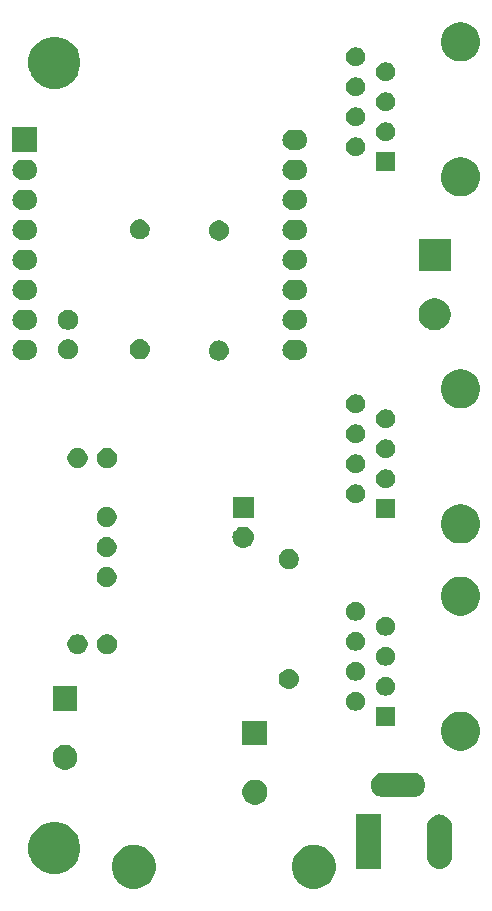
<source format=gbr>
G04 #@! TF.GenerationSoftware,KiCad,Pcbnew,(5.1.2)-2*
G04 #@! TF.CreationDate,2020-11-27T11:43:39-06:00*
G04 #@! TF.ProjectId,TempMonitor10PCB,54656d70-4d6f-46e6-9974-6f7231305043,rev?*
G04 #@! TF.SameCoordinates,Original*
G04 #@! TF.FileFunction,Soldermask,Bot*
G04 #@! TF.FilePolarity,Negative*
%FSLAX46Y46*%
G04 Gerber Fmt 4.6, Leading zero omitted, Abs format (unit mm)*
G04 Created by KiCad (PCBNEW (5.1.2)-2) date 2020-11-27 11:43:39*
%MOMM*%
%LPD*%
G04 APERTURE LIST*
%ADD10C,0.100000*%
G04 APERTURE END LIST*
D10*
G36*
X76942229Y-120865978D02*
G01*
X77121092Y-120901556D01*
X77458061Y-121041133D01*
X77761326Y-121243768D01*
X78019232Y-121501674D01*
X78221867Y-121804939D01*
X78361444Y-122141908D01*
X78432600Y-122499633D01*
X78432600Y-122864367D01*
X78361444Y-123222092D01*
X78221867Y-123559061D01*
X78019232Y-123862326D01*
X77761326Y-124120232D01*
X77458061Y-124322867D01*
X77121092Y-124462444D01*
X76763368Y-124533600D01*
X76398632Y-124533600D01*
X76040908Y-124462444D01*
X75703939Y-124322867D01*
X75400674Y-124120232D01*
X75142768Y-123862326D01*
X74940133Y-123559061D01*
X74800556Y-123222092D01*
X74729400Y-122864367D01*
X74729400Y-122499633D01*
X74800556Y-122141908D01*
X74940133Y-121804939D01*
X75142768Y-121501674D01*
X75400674Y-121243768D01*
X75703939Y-121041133D01*
X76040908Y-120901556D01*
X76219771Y-120865978D01*
X76398632Y-120830400D01*
X76763368Y-120830400D01*
X76942229Y-120865978D01*
X76942229Y-120865978D01*
G37*
G36*
X61702229Y-120865978D02*
G01*
X61881092Y-120901556D01*
X62218061Y-121041133D01*
X62521326Y-121243768D01*
X62779232Y-121501674D01*
X62981867Y-121804939D01*
X63121444Y-122141908D01*
X63192600Y-122499633D01*
X63192600Y-122864367D01*
X63121444Y-123222092D01*
X62981867Y-123559061D01*
X62779232Y-123862326D01*
X62521326Y-124120232D01*
X62218061Y-124322867D01*
X61881092Y-124462444D01*
X61523368Y-124533600D01*
X61158632Y-124533600D01*
X60800908Y-124462444D01*
X60463939Y-124322867D01*
X60160674Y-124120232D01*
X59902768Y-123862326D01*
X59700133Y-123559061D01*
X59560556Y-123222092D01*
X59489400Y-122864367D01*
X59489400Y-122499633D01*
X59560556Y-122141908D01*
X59700133Y-121804939D01*
X59902768Y-121501674D01*
X60160674Y-121243768D01*
X60463939Y-121041133D01*
X60800908Y-120901556D01*
X60979771Y-120865978D01*
X61158632Y-120830400D01*
X61523368Y-120830400D01*
X61702229Y-120865978D01*
X61702229Y-120865978D01*
G37*
G36*
X55277407Y-118983582D02*
G01*
X55540046Y-119092371D01*
X55677965Y-119149499D01*
X56038456Y-119390371D01*
X56345029Y-119696944D01*
X56585901Y-120057435D01*
X56585902Y-120057437D01*
X56751818Y-120457993D01*
X56836400Y-120883219D01*
X56836400Y-121316781D01*
X56751818Y-121742007D01*
X56643118Y-122004432D01*
X56585901Y-122142565D01*
X56345029Y-122503056D01*
X56038456Y-122809629D01*
X55677965Y-123050501D01*
X55677964Y-123050502D01*
X55677963Y-123050502D01*
X55277407Y-123216418D01*
X54852181Y-123301000D01*
X54418619Y-123301000D01*
X53993393Y-123216418D01*
X53592837Y-123050502D01*
X53592836Y-123050502D01*
X53592835Y-123050501D01*
X53232344Y-122809629D01*
X52925771Y-122503056D01*
X52684899Y-122142565D01*
X52627682Y-122004432D01*
X52518982Y-121742007D01*
X52434400Y-121316781D01*
X52434400Y-120883219D01*
X52518982Y-120457993D01*
X52684898Y-120057437D01*
X52684899Y-120057435D01*
X52925771Y-119696944D01*
X53232344Y-119390371D01*
X53592835Y-119149499D01*
X53730754Y-119092371D01*
X53993393Y-118983582D01*
X54418619Y-118899000D01*
X54852181Y-118899000D01*
X55277407Y-118983582D01*
X55277407Y-118983582D01*
G37*
G36*
X87435231Y-118262607D02*
G01*
X87633345Y-118322705D01*
X87633348Y-118322706D01*
X87699230Y-118357921D01*
X87815929Y-118420297D01*
X87975965Y-118551635D01*
X88107303Y-118711671D01*
X88107304Y-118711673D01*
X88204894Y-118894251D01*
X88204894Y-118894252D01*
X88204895Y-118894254D01*
X88264993Y-119092368D01*
X88280200Y-119246770D01*
X88280200Y-121850030D01*
X88264993Y-122004432D01*
X88223289Y-122141909D01*
X88204894Y-122202549D01*
X88153139Y-122299375D01*
X88107303Y-122385129D01*
X87975965Y-122545165D01*
X87815929Y-122676503D01*
X87730175Y-122722339D01*
X87633349Y-122774094D01*
X87633346Y-122774095D01*
X87435232Y-122834193D01*
X87229200Y-122854485D01*
X87023169Y-122834193D01*
X86825055Y-122774095D01*
X86825052Y-122774094D01*
X86728226Y-122722339D01*
X86642472Y-122676503D01*
X86482436Y-122545165D01*
X86351098Y-122385129D01*
X86305262Y-122299375D01*
X86253507Y-122202549D01*
X86235112Y-122141909D01*
X86193408Y-122004432D01*
X86178201Y-121850030D01*
X86178200Y-119246771D01*
X86193407Y-119092369D01*
X86253505Y-118894255D01*
X86253506Y-118894252D01*
X86288721Y-118828370D01*
X86351097Y-118711671D01*
X86482435Y-118551635D01*
X86642471Y-118420297D01*
X86728225Y-118374461D01*
X86825051Y-118322706D01*
X86825054Y-118322705D01*
X87023168Y-118262607D01*
X87229200Y-118242315D01*
X87435231Y-118262607D01*
X87435231Y-118262607D01*
G37*
G36*
X82280200Y-122849400D02*
G01*
X80178200Y-122849400D01*
X80178200Y-118247400D01*
X82280200Y-118247400D01*
X82280200Y-122849400D01*
X82280200Y-122849400D01*
G37*
G36*
X71909164Y-115342989D02*
G01*
X72100433Y-115422215D01*
X72100435Y-115422216D01*
X72272573Y-115537235D01*
X72418965Y-115683627D01*
X72533985Y-115855767D01*
X72613211Y-116047036D01*
X72653600Y-116250084D01*
X72653600Y-116457116D01*
X72613211Y-116660164D01*
X72533985Y-116851433D01*
X72533984Y-116851435D01*
X72418965Y-117023573D01*
X72272573Y-117169965D01*
X72100435Y-117284984D01*
X72100434Y-117284985D01*
X72100433Y-117284985D01*
X71909164Y-117364211D01*
X71706116Y-117404600D01*
X71499084Y-117404600D01*
X71296036Y-117364211D01*
X71104767Y-117284985D01*
X71104766Y-117284985D01*
X71104765Y-117284984D01*
X70932627Y-117169965D01*
X70786235Y-117023573D01*
X70671216Y-116851435D01*
X70671215Y-116851433D01*
X70591989Y-116660164D01*
X70551600Y-116457116D01*
X70551600Y-116250084D01*
X70591989Y-116047036D01*
X70671215Y-115855767D01*
X70786235Y-115683627D01*
X70932627Y-115537235D01*
X71104765Y-115422216D01*
X71104767Y-115422215D01*
X71296036Y-115342989D01*
X71499084Y-115302600D01*
X71706116Y-115302600D01*
X71909164Y-115342989D01*
X71909164Y-115342989D01*
G37*
G36*
X85082297Y-114702469D02*
G01*
X85185232Y-114712607D01*
X85383346Y-114772705D01*
X85383349Y-114772706D01*
X85480175Y-114824461D01*
X85565929Y-114870297D01*
X85725965Y-115001635D01*
X85857303Y-115161671D01*
X85903139Y-115247425D01*
X85954894Y-115344251D01*
X85954895Y-115344254D01*
X86014993Y-115542368D01*
X86035285Y-115748400D01*
X86014993Y-115954432D01*
X85954895Y-116152546D01*
X85954894Y-116152549D01*
X85903139Y-116249375D01*
X85857303Y-116335129D01*
X85725965Y-116495165D01*
X85565929Y-116626503D01*
X85502953Y-116660164D01*
X85383349Y-116724094D01*
X85383346Y-116724095D01*
X85185232Y-116784193D01*
X85082297Y-116794331D01*
X85030831Y-116799400D01*
X82427569Y-116799400D01*
X82376103Y-116794331D01*
X82273168Y-116784193D01*
X82075054Y-116724095D01*
X82075051Y-116724094D01*
X81955447Y-116660164D01*
X81892471Y-116626503D01*
X81732435Y-116495165D01*
X81601097Y-116335129D01*
X81555261Y-116249375D01*
X81503506Y-116152549D01*
X81503505Y-116152546D01*
X81443407Y-115954432D01*
X81423115Y-115748400D01*
X81443407Y-115542368D01*
X81503505Y-115344254D01*
X81503506Y-115344251D01*
X81555261Y-115247425D01*
X81601097Y-115161671D01*
X81732435Y-115001635D01*
X81892471Y-114870297D01*
X81978225Y-114824461D01*
X82075051Y-114772706D01*
X82075054Y-114772705D01*
X82273168Y-114712607D01*
X82376103Y-114702469D01*
X82427569Y-114697400D01*
X85030831Y-114697400D01*
X85082297Y-114702469D01*
X85082297Y-114702469D01*
G37*
G36*
X55830964Y-112396589D02*
G01*
X56022233Y-112475815D01*
X56022235Y-112475816D01*
X56194373Y-112590835D01*
X56340765Y-112737227D01*
X56413178Y-112845600D01*
X56455785Y-112909367D01*
X56535011Y-113100636D01*
X56575400Y-113303684D01*
X56575400Y-113510716D01*
X56535011Y-113713764D01*
X56455785Y-113905033D01*
X56455784Y-113905035D01*
X56340765Y-114077173D01*
X56194373Y-114223565D01*
X56022235Y-114338584D01*
X56022234Y-114338585D01*
X56022233Y-114338585D01*
X55830964Y-114417811D01*
X55627916Y-114458200D01*
X55420884Y-114458200D01*
X55217836Y-114417811D01*
X55026567Y-114338585D01*
X55026566Y-114338585D01*
X55026565Y-114338584D01*
X54854427Y-114223565D01*
X54708035Y-114077173D01*
X54593016Y-113905035D01*
X54593015Y-113905033D01*
X54513789Y-113713764D01*
X54473400Y-113510716D01*
X54473400Y-113303684D01*
X54513789Y-113100636D01*
X54593015Y-112909367D01*
X54635623Y-112845600D01*
X54708035Y-112737227D01*
X54854427Y-112590835D01*
X55026565Y-112475816D01*
X55026567Y-112475815D01*
X55217836Y-112396589D01*
X55420884Y-112356200D01*
X55627916Y-112356200D01*
X55830964Y-112396589D01*
X55830964Y-112396589D01*
G37*
G36*
X89391456Y-109585898D02*
G01*
X89497779Y-109607047D01*
X89798242Y-109731503D01*
X90068651Y-109912185D01*
X90298615Y-110142149D01*
X90479297Y-110412558D01*
X90603753Y-110713021D01*
X90667200Y-111031991D01*
X90667200Y-111357209D01*
X90603753Y-111676179D01*
X90479297Y-111976642D01*
X90298615Y-112247051D01*
X90068651Y-112477015D01*
X89798242Y-112657697D01*
X89497779Y-112782153D01*
X89391456Y-112803302D01*
X89178811Y-112845600D01*
X88853589Y-112845600D01*
X88640944Y-112803302D01*
X88534621Y-112782153D01*
X88234158Y-112657697D01*
X87963749Y-112477015D01*
X87733785Y-112247051D01*
X87553103Y-111976642D01*
X87428647Y-111676179D01*
X87365200Y-111357209D01*
X87365200Y-111031991D01*
X87428647Y-110713021D01*
X87553103Y-110412558D01*
X87733785Y-110142149D01*
X87963749Y-109912185D01*
X88234158Y-109731503D01*
X88534621Y-109607047D01*
X88640944Y-109585898D01*
X88853589Y-109543600D01*
X89178811Y-109543600D01*
X89391456Y-109585898D01*
X89391456Y-109585898D01*
G37*
G36*
X72653600Y-112404600D02*
G01*
X70551600Y-112404600D01*
X70551600Y-110302600D01*
X72653600Y-110302600D01*
X72653600Y-112404600D01*
X72653600Y-112404600D01*
G37*
G36*
X83467200Y-110725600D02*
G01*
X81865200Y-110725600D01*
X81865200Y-109123600D01*
X83467200Y-109123600D01*
X83467200Y-110725600D01*
X83467200Y-110725600D01*
G37*
G36*
X56575400Y-109458200D02*
G01*
X54473400Y-109458200D01*
X54473400Y-107356200D01*
X56575400Y-107356200D01*
X56575400Y-109458200D01*
X56575400Y-109458200D01*
G37*
G36*
X80359842Y-107884381D02*
G01*
X80505614Y-107944762D01*
X80505616Y-107944763D01*
X80636808Y-108032422D01*
X80748378Y-108143992D01*
X80755612Y-108154819D01*
X80836038Y-108275186D01*
X80896419Y-108420958D01*
X80927200Y-108575707D01*
X80927200Y-108733493D01*
X80896419Y-108888242D01*
X80836038Y-109034014D01*
X80836037Y-109034016D01*
X80748378Y-109165208D01*
X80636808Y-109276778D01*
X80505616Y-109364437D01*
X80505615Y-109364438D01*
X80505614Y-109364438D01*
X80359842Y-109424819D01*
X80205093Y-109455600D01*
X80047307Y-109455600D01*
X79892558Y-109424819D01*
X79746786Y-109364438D01*
X79746785Y-109364438D01*
X79746784Y-109364437D01*
X79615592Y-109276778D01*
X79504022Y-109165208D01*
X79416363Y-109034016D01*
X79416362Y-109034014D01*
X79355981Y-108888242D01*
X79325200Y-108733493D01*
X79325200Y-108575707D01*
X79355981Y-108420958D01*
X79416362Y-108275186D01*
X79496788Y-108154819D01*
X79504022Y-108143992D01*
X79615592Y-108032422D01*
X79746784Y-107944763D01*
X79746786Y-107944762D01*
X79892558Y-107884381D01*
X80047307Y-107853600D01*
X80205093Y-107853600D01*
X80359842Y-107884381D01*
X80359842Y-107884381D01*
G37*
G36*
X82899842Y-106614381D02*
G01*
X83045614Y-106674762D01*
X83045616Y-106674763D01*
X83176808Y-106762422D01*
X83288378Y-106873992D01*
X83338112Y-106948425D01*
X83376038Y-107005186D01*
X83436419Y-107150958D01*
X83467200Y-107305707D01*
X83467200Y-107463493D01*
X83436419Y-107618242D01*
X83376038Y-107764014D01*
X83376037Y-107764016D01*
X83288378Y-107895208D01*
X83176808Y-108006778D01*
X83045616Y-108094437D01*
X83045615Y-108094438D01*
X83045614Y-108094438D01*
X82899842Y-108154819D01*
X82745093Y-108185600D01*
X82587307Y-108185600D01*
X82432558Y-108154819D01*
X82286786Y-108094438D01*
X82286785Y-108094438D01*
X82286784Y-108094437D01*
X82155592Y-108006778D01*
X82044022Y-107895208D01*
X81956363Y-107764016D01*
X81956362Y-107764014D01*
X81895981Y-107618242D01*
X81865200Y-107463493D01*
X81865200Y-107305707D01*
X81895981Y-107150958D01*
X81956362Y-107005186D01*
X81994288Y-106948425D01*
X82044022Y-106873992D01*
X82155592Y-106762422D01*
X82286784Y-106674763D01*
X82286786Y-106674762D01*
X82432558Y-106614381D01*
X82587307Y-106583600D01*
X82745093Y-106583600D01*
X82899842Y-106614381D01*
X82899842Y-106614381D01*
G37*
G36*
X74639623Y-105942913D02*
G01*
X74800042Y-105991576D01*
X74882605Y-106035707D01*
X74947878Y-106070596D01*
X75077459Y-106176941D01*
X75183804Y-106306522D01*
X75183805Y-106306524D01*
X75262824Y-106454358D01*
X75311487Y-106614777D01*
X75327917Y-106781600D01*
X75311487Y-106948423D01*
X75262824Y-107108842D01*
X75191914Y-107241506D01*
X75183804Y-107256678D01*
X75077459Y-107386259D01*
X74947878Y-107492604D01*
X74947876Y-107492605D01*
X74800042Y-107571624D01*
X74639623Y-107620287D01*
X74514604Y-107632600D01*
X74430996Y-107632600D01*
X74305977Y-107620287D01*
X74145558Y-107571624D01*
X73997724Y-107492605D01*
X73997722Y-107492604D01*
X73868141Y-107386259D01*
X73761796Y-107256678D01*
X73753686Y-107241506D01*
X73682776Y-107108842D01*
X73634113Y-106948423D01*
X73617683Y-106781600D01*
X73634113Y-106614777D01*
X73682776Y-106454358D01*
X73761795Y-106306524D01*
X73761796Y-106306522D01*
X73868141Y-106176941D01*
X73997722Y-106070596D01*
X74062995Y-106035707D01*
X74145558Y-105991576D01*
X74305977Y-105942913D01*
X74430996Y-105930600D01*
X74514604Y-105930600D01*
X74639623Y-105942913D01*
X74639623Y-105942913D01*
G37*
G36*
X80359842Y-105344381D02*
G01*
X80505614Y-105404762D01*
X80505616Y-105404763D01*
X80636808Y-105492422D01*
X80748378Y-105603992D01*
X80755612Y-105614819D01*
X80836038Y-105735186D01*
X80896419Y-105880958D01*
X80927200Y-106035707D01*
X80927200Y-106193493D01*
X80896419Y-106348242D01*
X80852464Y-106454358D01*
X80836037Y-106494016D01*
X80748378Y-106625208D01*
X80636808Y-106736778D01*
X80505616Y-106824437D01*
X80505615Y-106824438D01*
X80505614Y-106824438D01*
X80359842Y-106884819D01*
X80205093Y-106915600D01*
X80047307Y-106915600D01*
X79892558Y-106884819D01*
X79746786Y-106824438D01*
X79746785Y-106824438D01*
X79746784Y-106824437D01*
X79615592Y-106736778D01*
X79504022Y-106625208D01*
X79416363Y-106494016D01*
X79399936Y-106454358D01*
X79355981Y-106348242D01*
X79325200Y-106193493D01*
X79325200Y-106035707D01*
X79355981Y-105880958D01*
X79416362Y-105735186D01*
X79496788Y-105614819D01*
X79504022Y-105603992D01*
X79615592Y-105492422D01*
X79746784Y-105404763D01*
X79746786Y-105404762D01*
X79892558Y-105344381D01*
X80047307Y-105313600D01*
X80205093Y-105313600D01*
X80359842Y-105344381D01*
X80359842Y-105344381D01*
G37*
G36*
X82899842Y-104074381D02*
G01*
X83045614Y-104134762D01*
X83045616Y-104134763D01*
X83176808Y-104222422D01*
X83288378Y-104333992D01*
X83376037Y-104465184D01*
X83376038Y-104465186D01*
X83436419Y-104610958D01*
X83467200Y-104765707D01*
X83467200Y-104923493D01*
X83436419Y-105078242D01*
X83376038Y-105224014D01*
X83376037Y-105224016D01*
X83288378Y-105355208D01*
X83176808Y-105466778D01*
X83045616Y-105554437D01*
X83045615Y-105554438D01*
X83045614Y-105554438D01*
X82899842Y-105614819D01*
X82745093Y-105645600D01*
X82587307Y-105645600D01*
X82432558Y-105614819D01*
X82286786Y-105554438D01*
X82286785Y-105554438D01*
X82286784Y-105554437D01*
X82155592Y-105466778D01*
X82044022Y-105355208D01*
X81956363Y-105224016D01*
X81956362Y-105224014D01*
X81895981Y-105078242D01*
X81865200Y-104923493D01*
X81865200Y-104765707D01*
X81895981Y-104610958D01*
X81956362Y-104465186D01*
X81956363Y-104465184D01*
X82044022Y-104333992D01*
X82155592Y-104222422D01*
X82286784Y-104134763D01*
X82286786Y-104134762D01*
X82432558Y-104074381D01*
X82587307Y-104043600D01*
X82745093Y-104043600D01*
X82899842Y-104074381D01*
X82899842Y-104074381D01*
G37*
G36*
X59328628Y-103016903D02*
G01*
X59483500Y-103081053D01*
X59622881Y-103174185D01*
X59741415Y-103292719D01*
X59834547Y-103432100D01*
X59898697Y-103586972D01*
X59931400Y-103751384D01*
X59931400Y-103919016D01*
X59898697Y-104083428D01*
X59834547Y-104238300D01*
X59741415Y-104377681D01*
X59622881Y-104496215D01*
X59483500Y-104589347D01*
X59328628Y-104653497D01*
X59164216Y-104686200D01*
X58996584Y-104686200D01*
X58832172Y-104653497D01*
X58677300Y-104589347D01*
X58537919Y-104496215D01*
X58419385Y-104377681D01*
X58326253Y-104238300D01*
X58262103Y-104083428D01*
X58229400Y-103919016D01*
X58229400Y-103751384D01*
X58262103Y-103586972D01*
X58326253Y-103432100D01*
X58419385Y-103292719D01*
X58537919Y-103174185D01*
X58677300Y-103081053D01*
X58832172Y-103016903D01*
X58996584Y-102984200D01*
X59164216Y-102984200D01*
X59328628Y-103016903D01*
X59328628Y-103016903D01*
G37*
G36*
X56828628Y-103016903D02*
G01*
X56983500Y-103081053D01*
X57122881Y-103174185D01*
X57241415Y-103292719D01*
X57334547Y-103432100D01*
X57398697Y-103586972D01*
X57431400Y-103751384D01*
X57431400Y-103919016D01*
X57398697Y-104083428D01*
X57334547Y-104238300D01*
X57241415Y-104377681D01*
X57122881Y-104496215D01*
X56983500Y-104589347D01*
X56828628Y-104653497D01*
X56664216Y-104686200D01*
X56496584Y-104686200D01*
X56332172Y-104653497D01*
X56177300Y-104589347D01*
X56037919Y-104496215D01*
X55919385Y-104377681D01*
X55826253Y-104238300D01*
X55762103Y-104083428D01*
X55729400Y-103919016D01*
X55729400Y-103751384D01*
X55762103Y-103586972D01*
X55826253Y-103432100D01*
X55919385Y-103292719D01*
X56037919Y-103174185D01*
X56177300Y-103081053D01*
X56332172Y-103016903D01*
X56496584Y-102984200D01*
X56664216Y-102984200D01*
X56828628Y-103016903D01*
X56828628Y-103016903D01*
G37*
G36*
X80359842Y-102804381D02*
G01*
X80505614Y-102864762D01*
X80505616Y-102864763D01*
X80636808Y-102952422D01*
X80748378Y-103063992D01*
X80776179Y-103105600D01*
X80836038Y-103195186D01*
X80896419Y-103340958D01*
X80927200Y-103495707D01*
X80927200Y-103653493D01*
X80896419Y-103808242D01*
X80836038Y-103954014D01*
X80836037Y-103954016D01*
X80748378Y-104085208D01*
X80636808Y-104196778D01*
X80505616Y-104284437D01*
X80505615Y-104284438D01*
X80505614Y-104284438D01*
X80359842Y-104344819D01*
X80205093Y-104375600D01*
X80047307Y-104375600D01*
X79892558Y-104344819D01*
X79746786Y-104284438D01*
X79746785Y-104284438D01*
X79746784Y-104284437D01*
X79615592Y-104196778D01*
X79504022Y-104085208D01*
X79416363Y-103954016D01*
X79416362Y-103954014D01*
X79355981Y-103808242D01*
X79325200Y-103653493D01*
X79325200Y-103495707D01*
X79355981Y-103340958D01*
X79416362Y-103195186D01*
X79476221Y-103105600D01*
X79504022Y-103063992D01*
X79615592Y-102952422D01*
X79746784Y-102864763D01*
X79746786Y-102864762D01*
X79892558Y-102804381D01*
X80047307Y-102773600D01*
X80205093Y-102773600D01*
X80359842Y-102804381D01*
X80359842Y-102804381D01*
G37*
G36*
X82899842Y-101534381D02*
G01*
X83045614Y-101594762D01*
X83045616Y-101594763D01*
X83176808Y-101682422D01*
X83288378Y-101793992D01*
X83295612Y-101804819D01*
X83376038Y-101925186D01*
X83436419Y-102070958D01*
X83467200Y-102225707D01*
X83467200Y-102383493D01*
X83436419Y-102538242D01*
X83376038Y-102684014D01*
X83376037Y-102684016D01*
X83288378Y-102815208D01*
X83176808Y-102926778D01*
X83045616Y-103014437D01*
X83045615Y-103014438D01*
X83045614Y-103014438D01*
X82899842Y-103074819D01*
X82745093Y-103105600D01*
X82587307Y-103105600D01*
X82432558Y-103074819D01*
X82286786Y-103014438D01*
X82286785Y-103014438D01*
X82286784Y-103014437D01*
X82155592Y-102926778D01*
X82044022Y-102815208D01*
X81956363Y-102684016D01*
X81956362Y-102684014D01*
X81895981Y-102538242D01*
X81865200Y-102383493D01*
X81865200Y-102225707D01*
X81895981Y-102070958D01*
X81956362Y-101925186D01*
X82036788Y-101804819D01*
X82044022Y-101793992D01*
X82155592Y-101682422D01*
X82286784Y-101594763D01*
X82286786Y-101594762D01*
X82432558Y-101534381D01*
X82587307Y-101503600D01*
X82745093Y-101503600D01*
X82899842Y-101534381D01*
X82899842Y-101534381D01*
G37*
G36*
X80359842Y-100264381D02*
G01*
X80505614Y-100324762D01*
X80505616Y-100324763D01*
X80636808Y-100412422D01*
X80748378Y-100523992D01*
X80763512Y-100546642D01*
X80836038Y-100655186D01*
X80896419Y-100800958D01*
X80927200Y-100955707D01*
X80927200Y-101113493D01*
X80896419Y-101268242D01*
X80836038Y-101414014D01*
X80836037Y-101414016D01*
X80748378Y-101545208D01*
X80636808Y-101656778D01*
X80505616Y-101744437D01*
X80505615Y-101744438D01*
X80505614Y-101744438D01*
X80359842Y-101804819D01*
X80205093Y-101835600D01*
X80047307Y-101835600D01*
X79892558Y-101804819D01*
X79746786Y-101744438D01*
X79746785Y-101744438D01*
X79746784Y-101744437D01*
X79615592Y-101656778D01*
X79504022Y-101545208D01*
X79416363Y-101414016D01*
X79416362Y-101414014D01*
X79355981Y-101268242D01*
X79325200Y-101113493D01*
X79325200Y-100955707D01*
X79355981Y-100800958D01*
X79416362Y-100655186D01*
X79488888Y-100546642D01*
X79504022Y-100523992D01*
X79615592Y-100412422D01*
X79746784Y-100324763D01*
X79746786Y-100324762D01*
X79892558Y-100264381D01*
X80047307Y-100233600D01*
X80205093Y-100233600D01*
X80359842Y-100264381D01*
X80359842Y-100264381D01*
G37*
G36*
X89391456Y-98155898D02*
G01*
X89497779Y-98177047D01*
X89798242Y-98301503D01*
X90068651Y-98482185D01*
X90298615Y-98712149D01*
X90479297Y-98982558D01*
X90603753Y-99283021D01*
X90667200Y-99601991D01*
X90667200Y-99927209D01*
X90603753Y-100246179D01*
X90479297Y-100546642D01*
X90298615Y-100817051D01*
X90068651Y-101047015D01*
X89798242Y-101227697D01*
X89497779Y-101352153D01*
X89391456Y-101373302D01*
X89178811Y-101415600D01*
X88853589Y-101415600D01*
X88640944Y-101373302D01*
X88534621Y-101352153D01*
X88234158Y-101227697D01*
X87963749Y-101047015D01*
X87733785Y-100817051D01*
X87553103Y-100546642D01*
X87428647Y-100246179D01*
X87365200Y-99927209D01*
X87365200Y-99601991D01*
X87428647Y-99283021D01*
X87553103Y-98982558D01*
X87733785Y-98712149D01*
X87963749Y-98482185D01*
X88234158Y-98301503D01*
X88534621Y-98177047D01*
X88640944Y-98155898D01*
X88853589Y-98113600D01*
X89178811Y-98113600D01*
X89391456Y-98155898D01*
X89391456Y-98155898D01*
G37*
G36*
X59292768Y-97332111D02*
G01*
X59446729Y-97395884D01*
X59446731Y-97395885D01*
X59561543Y-97472600D01*
X59585293Y-97488469D01*
X59703131Y-97606307D01*
X59795716Y-97744871D01*
X59859489Y-97898832D01*
X59892000Y-98062275D01*
X59892000Y-98228925D01*
X59859489Y-98392368D01*
X59822285Y-98482185D01*
X59795715Y-98546331D01*
X59703131Y-98684893D01*
X59585293Y-98802731D01*
X59446731Y-98895315D01*
X59446730Y-98895316D01*
X59446729Y-98895316D01*
X59292768Y-98959089D01*
X59129325Y-98991600D01*
X58962675Y-98991600D01*
X58799232Y-98959089D01*
X58645271Y-98895316D01*
X58645270Y-98895316D01*
X58645269Y-98895315D01*
X58506707Y-98802731D01*
X58388869Y-98684893D01*
X58296285Y-98546331D01*
X58269715Y-98482185D01*
X58232511Y-98392368D01*
X58200000Y-98228925D01*
X58200000Y-98062275D01*
X58232511Y-97898832D01*
X58296284Y-97744871D01*
X58388869Y-97606307D01*
X58506707Y-97488469D01*
X58530457Y-97472600D01*
X58645269Y-97395885D01*
X58645271Y-97395884D01*
X58799232Y-97332111D01*
X58962675Y-97299600D01*
X59129325Y-97299600D01*
X59292768Y-97332111D01*
X59292768Y-97332111D01*
G37*
G36*
X74721028Y-95803303D02*
G01*
X74875900Y-95867453D01*
X75015281Y-95960585D01*
X75133815Y-96079119D01*
X75226947Y-96218500D01*
X75291097Y-96373372D01*
X75323800Y-96537784D01*
X75323800Y-96705416D01*
X75291097Y-96869828D01*
X75226947Y-97024700D01*
X75133815Y-97164081D01*
X75015281Y-97282615D01*
X74875900Y-97375747D01*
X74721028Y-97439897D01*
X74556616Y-97472600D01*
X74388984Y-97472600D01*
X74224572Y-97439897D01*
X74069700Y-97375747D01*
X73930319Y-97282615D01*
X73811785Y-97164081D01*
X73718653Y-97024700D01*
X73654503Y-96869828D01*
X73621800Y-96705416D01*
X73621800Y-96537784D01*
X73654503Y-96373372D01*
X73718653Y-96218500D01*
X73811785Y-96079119D01*
X73930319Y-95960585D01*
X74069700Y-95867453D01*
X74224572Y-95803303D01*
X74388984Y-95770600D01*
X74556616Y-95770600D01*
X74721028Y-95803303D01*
X74721028Y-95803303D01*
G37*
G36*
X59292768Y-94792111D02*
G01*
X59446729Y-94855884D01*
X59446731Y-94855885D01*
X59543008Y-94920215D01*
X59585293Y-94948469D01*
X59703131Y-95066307D01*
X59795716Y-95204871D01*
X59859489Y-95358832D01*
X59892000Y-95522275D01*
X59892000Y-95688925D01*
X59859489Y-95852368D01*
X59814664Y-95960585D01*
X59795715Y-96006331D01*
X59703131Y-96144893D01*
X59585293Y-96262731D01*
X59446731Y-96355315D01*
X59446730Y-96355316D01*
X59446729Y-96355316D01*
X59292768Y-96419089D01*
X59129325Y-96451600D01*
X58962675Y-96451600D01*
X58799232Y-96419089D01*
X58645271Y-96355316D01*
X58645270Y-96355316D01*
X58645269Y-96355315D01*
X58506707Y-96262731D01*
X58388869Y-96144893D01*
X58296285Y-96006331D01*
X58277336Y-95960585D01*
X58232511Y-95852368D01*
X58200000Y-95688925D01*
X58200000Y-95522275D01*
X58232511Y-95358832D01*
X58296284Y-95204871D01*
X58388869Y-95066307D01*
X58506707Y-94948469D01*
X58548992Y-94920215D01*
X58645269Y-94855885D01*
X58645271Y-94855884D01*
X58799232Y-94792111D01*
X58962675Y-94759600D01*
X59129325Y-94759600D01*
X59292768Y-94792111D01*
X59292768Y-94792111D01*
G37*
G36*
X70722442Y-93872918D02*
G01*
X70788627Y-93879437D01*
X70958466Y-93930957D01*
X71114991Y-94014622D01*
X71150729Y-94043952D01*
X71252186Y-94127214D01*
X71335448Y-94228671D01*
X71364778Y-94264409D01*
X71448443Y-94420934D01*
X71499963Y-94590773D01*
X71517359Y-94767400D01*
X71499963Y-94944027D01*
X71448443Y-95113866D01*
X71364778Y-95270391D01*
X71349670Y-95288800D01*
X71252186Y-95407586D01*
X71150729Y-95490848D01*
X71114991Y-95520178D01*
X70958466Y-95603843D01*
X70788627Y-95655363D01*
X70722442Y-95661882D01*
X70656260Y-95668400D01*
X70567740Y-95668400D01*
X70501558Y-95661882D01*
X70435373Y-95655363D01*
X70265534Y-95603843D01*
X70109009Y-95520178D01*
X70073271Y-95490848D01*
X69971814Y-95407586D01*
X69874330Y-95288800D01*
X69859222Y-95270391D01*
X69775557Y-95113866D01*
X69724037Y-94944027D01*
X69706641Y-94767400D01*
X69724037Y-94590773D01*
X69775557Y-94420934D01*
X69859222Y-94264409D01*
X69888552Y-94228671D01*
X69971814Y-94127214D01*
X70073271Y-94043952D01*
X70109009Y-94014622D01*
X70265534Y-93930957D01*
X70435373Y-93879437D01*
X70501558Y-93872918D01*
X70567740Y-93866400D01*
X70656260Y-93866400D01*
X70722442Y-93872918D01*
X70722442Y-93872918D01*
G37*
G36*
X89391456Y-92029098D02*
G01*
X89497779Y-92050247D01*
X89798242Y-92174703D01*
X90068651Y-92355385D01*
X90298615Y-92585349D01*
X90479297Y-92855758D01*
X90600731Y-93148925D01*
X90603753Y-93156222D01*
X90667200Y-93475189D01*
X90667200Y-93800411D01*
X90641232Y-93930958D01*
X90603753Y-94119379D01*
X90479297Y-94419842D01*
X90298615Y-94690251D01*
X90068651Y-94920215D01*
X89798242Y-95100897D01*
X89798241Y-95100898D01*
X89798240Y-95100898D01*
X89710237Y-95137350D01*
X89497779Y-95225353D01*
X89391456Y-95246502D01*
X89178811Y-95288800D01*
X88853589Y-95288800D01*
X88640944Y-95246502D01*
X88534621Y-95225353D01*
X88322163Y-95137350D01*
X88234160Y-95100898D01*
X88234159Y-95100898D01*
X88234158Y-95100897D01*
X87963749Y-94920215D01*
X87733785Y-94690251D01*
X87553103Y-94419842D01*
X87428647Y-94119379D01*
X87391168Y-93930958D01*
X87365200Y-93800411D01*
X87365200Y-93475189D01*
X87428647Y-93156222D01*
X87431670Y-93148925D01*
X87553103Y-92855758D01*
X87733785Y-92585349D01*
X87963749Y-92355385D01*
X88234158Y-92174703D01*
X88534621Y-92050247D01*
X88640944Y-92029098D01*
X88853589Y-91986800D01*
X89178811Y-91986800D01*
X89391456Y-92029098D01*
X89391456Y-92029098D01*
G37*
G36*
X59292768Y-92252111D02*
G01*
X59446729Y-92315884D01*
X59446731Y-92315885D01*
X59585293Y-92408469D01*
X59703131Y-92526307D01*
X59742582Y-92585349D01*
X59795716Y-92664871D01*
X59859489Y-92818832D01*
X59892000Y-92982275D01*
X59892000Y-93148925D01*
X59859489Y-93312368D01*
X59795716Y-93466329D01*
X59795715Y-93466331D01*
X59703131Y-93604893D01*
X59585293Y-93722731D01*
X59446731Y-93815315D01*
X59446730Y-93815316D01*
X59446729Y-93815316D01*
X59292768Y-93879089D01*
X59129325Y-93911600D01*
X58962675Y-93911600D01*
X58799232Y-93879089D01*
X58645271Y-93815316D01*
X58645270Y-93815316D01*
X58645269Y-93815315D01*
X58506707Y-93722731D01*
X58388869Y-93604893D01*
X58296285Y-93466331D01*
X58296284Y-93466329D01*
X58232511Y-93312368D01*
X58200000Y-93148925D01*
X58200000Y-92982275D01*
X58232511Y-92818832D01*
X58296284Y-92664871D01*
X58349419Y-92585349D01*
X58388869Y-92526307D01*
X58506707Y-92408469D01*
X58645269Y-92315885D01*
X58645271Y-92315884D01*
X58799232Y-92252111D01*
X58962675Y-92219600D01*
X59129325Y-92219600D01*
X59292768Y-92252111D01*
X59292768Y-92252111D01*
G37*
G36*
X83467200Y-93168800D02*
G01*
X81865200Y-93168800D01*
X81865200Y-91566800D01*
X83467200Y-91566800D01*
X83467200Y-93168800D01*
X83467200Y-93168800D01*
G37*
G36*
X71513000Y-93128400D02*
G01*
X69711000Y-93128400D01*
X69711000Y-91326400D01*
X71513000Y-91326400D01*
X71513000Y-93128400D01*
X71513000Y-93128400D01*
G37*
G36*
X80359842Y-90327581D02*
G01*
X80505614Y-90387962D01*
X80505616Y-90387963D01*
X80636808Y-90475622D01*
X80748378Y-90587192D01*
X80755612Y-90598019D01*
X80836038Y-90718386D01*
X80896419Y-90864158D01*
X80927200Y-91018907D01*
X80927200Y-91176693D01*
X80896419Y-91331442D01*
X80836038Y-91477214D01*
X80836037Y-91477216D01*
X80748378Y-91608408D01*
X80636808Y-91719978D01*
X80505616Y-91807637D01*
X80505615Y-91807638D01*
X80505614Y-91807638D01*
X80359842Y-91868019D01*
X80205093Y-91898800D01*
X80047307Y-91898800D01*
X79892558Y-91868019D01*
X79746786Y-91807638D01*
X79746785Y-91807638D01*
X79746784Y-91807637D01*
X79615592Y-91719978D01*
X79504022Y-91608408D01*
X79416363Y-91477216D01*
X79416362Y-91477214D01*
X79355981Y-91331442D01*
X79325200Y-91176693D01*
X79325200Y-91018907D01*
X79355981Y-90864158D01*
X79416362Y-90718386D01*
X79496788Y-90598019D01*
X79504022Y-90587192D01*
X79615592Y-90475622D01*
X79746784Y-90387963D01*
X79746786Y-90387962D01*
X79892558Y-90327581D01*
X80047307Y-90296800D01*
X80205093Y-90296800D01*
X80359842Y-90327581D01*
X80359842Y-90327581D01*
G37*
G36*
X82899842Y-89057581D02*
G01*
X83045614Y-89117962D01*
X83045616Y-89117963D01*
X83176808Y-89205622D01*
X83288378Y-89317192D01*
X83295612Y-89328019D01*
X83376038Y-89448386D01*
X83436419Y-89594158D01*
X83467200Y-89748907D01*
X83467200Y-89906693D01*
X83436419Y-90061442D01*
X83376038Y-90207214D01*
X83376037Y-90207216D01*
X83288378Y-90338408D01*
X83176808Y-90449978D01*
X83045616Y-90537637D01*
X83045615Y-90537638D01*
X83045614Y-90537638D01*
X82899842Y-90598019D01*
X82745093Y-90628800D01*
X82587307Y-90628800D01*
X82432558Y-90598019D01*
X82286786Y-90537638D01*
X82286785Y-90537638D01*
X82286784Y-90537637D01*
X82155592Y-90449978D01*
X82044022Y-90338408D01*
X81956363Y-90207216D01*
X81956362Y-90207214D01*
X81895981Y-90061442D01*
X81865200Y-89906693D01*
X81865200Y-89748907D01*
X81895981Y-89594158D01*
X81956362Y-89448386D01*
X82036788Y-89328019D01*
X82044022Y-89317192D01*
X82155592Y-89205622D01*
X82286784Y-89117963D01*
X82286786Y-89117962D01*
X82432558Y-89057581D01*
X82587307Y-89026800D01*
X82745093Y-89026800D01*
X82899842Y-89057581D01*
X82899842Y-89057581D01*
G37*
G36*
X80359842Y-87787581D02*
G01*
X80505614Y-87847962D01*
X80505616Y-87847963D01*
X80636808Y-87935622D01*
X80748378Y-88047192D01*
X80814142Y-88145616D01*
X80836038Y-88178386D01*
X80896419Y-88324158D01*
X80927200Y-88478907D01*
X80927200Y-88636693D01*
X80896419Y-88791442D01*
X80836038Y-88937214D01*
X80836037Y-88937216D01*
X80748378Y-89068408D01*
X80636808Y-89179978D01*
X80505616Y-89267637D01*
X80505615Y-89267638D01*
X80505614Y-89267638D01*
X80359842Y-89328019D01*
X80205093Y-89358800D01*
X80047307Y-89358800D01*
X79892558Y-89328019D01*
X79746786Y-89267638D01*
X79746785Y-89267638D01*
X79746784Y-89267637D01*
X79615592Y-89179978D01*
X79504022Y-89068408D01*
X79416363Y-88937216D01*
X79416362Y-88937214D01*
X79355981Y-88791442D01*
X79325200Y-88636693D01*
X79325200Y-88478907D01*
X79355981Y-88324158D01*
X79416362Y-88178386D01*
X79438258Y-88145616D01*
X79504022Y-88047192D01*
X79615592Y-87935622D01*
X79746784Y-87847963D01*
X79746786Y-87847962D01*
X79892558Y-87787581D01*
X80047307Y-87756800D01*
X80205093Y-87756800D01*
X80359842Y-87787581D01*
X80359842Y-87787581D01*
G37*
G36*
X59328628Y-87243503D02*
G01*
X59483500Y-87307653D01*
X59622881Y-87400785D01*
X59741415Y-87519319D01*
X59834547Y-87658700D01*
X59898697Y-87813572D01*
X59931400Y-87977984D01*
X59931400Y-88145616D01*
X59898697Y-88310028D01*
X59834547Y-88464900D01*
X59741415Y-88604281D01*
X59622881Y-88722815D01*
X59483500Y-88815947D01*
X59328628Y-88880097D01*
X59164216Y-88912800D01*
X58996584Y-88912800D01*
X58832172Y-88880097D01*
X58677300Y-88815947D01*
X58537919Y-88722815D01*
X58419385Y-88604281D01*
X58326253Y-88464900D01*
X58262103Y-88310028D01*
X58229400Y-88145616D01*
X58229400Y-87977984D01*
X58262103Y-87813572D01*
X58326253Y-87658700D01*
X58419385Y-87519319D01*
X58537919Y-87400785D01*
X58677300Y-87307653D01*
X58832172Y-87243503D01*
X58996584Y-87210800D01*
X59164216Y-87210800D01*
X59328628Y-87243503D01*
X59328628Y-87243503D01*
G37*
G36*
X56828628Y-87243503D02*
G01*
X56983500Y-87307653D01*
X57122881Y-87400785D01*
X57241415Y-87519319D01*
X57334547Y-87658700D01*
X57398697Y-87813572D01*
X57431400Y-87977984D01*
X57431400Y-88145616D01*
X57398697Y-88310028D01*
X57334547Y-88464900D01*
X57241415Y-88604281D01*
X57122881Y-88722815D01*
X56983500Y-88815947D01*
X56828628Y-88880097D01*
X56664216Y-88912800D01*
X56496584Y-88912800D01*
X56332172Y-88880097D01*
X56177300Y-88815947D01*
X56037919Y-88722815D01*
X55919385Y-88604281D01*
X55826253Y-88464900D01*
X55762103Y-88310028D01*
X55729400Y-88145616D01*
X55729400Y-87977984D01*
X55762103Y-87813572D01*
X55826253Y-87658700D01*
X55919385Y-87519319D01*
X56037919Y-87400785D01*
X56177300Y-87307653D01*
X56332172Y-87243503D01*
X56496584Y-87210800D01*
X56664216Y-87210800D01*
X56828628Y-87243503D01*
X56828628Y-87243503D01*
G37*
G36*
X82899842Y-86517581D02*
G01*
X83045614Y-86577962D01*
X83045616Y-86577963D01*
X83176808Y-86665622D01*
X83288378Y-86777192D01*
X83295612Y-86788019D01*
X83376038Y-86908386D01*
X83436419Y-87054158D01*
X83467200Y-87208907D01*
X83467200Y-87366693D01*
X83436419Y-87521442D01*
X83379563Y-87658703D01*
X83376037Y-87667216D01*
X83288378Y-87798408D01*
X83176808Y-87909978D01*
X83045616Y-87997637D01*
X83045615Y-87997638D01*
X83045614Y-87997638D01*
X82899842Y-88058019D01*
X82745093Y-88088800D01*
X82587307Y-88088800D01*
X82432558Y-88058019D01*
X82286786Y-87997638D01*
X82286785Y-87997638D01*
X82286784Y-87997637D01*
X82155592Y-87909978D01*
X82044022Y-87798408D01*
X81956363Y-87667216D01*
X81952837Y-87658703D01*
X81895981Y-87521442D01*
X81865200Y-87366693D01*
X81865200Y-87208907D01*
X81895981Y-87054158D01*
X81956362Y-86908386D01*
X82036788Y-86788019D01*
X82044022Y-86777192D01*
X82155592Y-86665622D01*
X82286784Y-86577963D01*
X82286786Y-86577962D01*
X82432558Y-86517581D01*
X82587307Y-86486800D01*
X82745093Y-86486800D01*
X82899842Y-86517581D01*
X82899842Y-86517581D01*
G37*
G36*
X80359842Y-85247581D02*
G01*
X80505614Y-85307962D01*
X80505616Y-85307963D01*
X80636808Y-85395622D01*
X80748378Y-85507192D01*
X80755612Y-85518019D01*
X80836038Y-85638386D01*
X80896419Y-85784158D01*
X80927200Y-85938907D01*
X80927200Y-86096693D01*
X80896419Y-86251442D01*
X80836038Y-86397214D01*
X80836037Y-86397216D01*
X80748378Y-86528408D01*
X80636808Y-86639978D01*
X80505616Y-86727637D01*
X80505615Y-86727638D01*
X80505614Y-86727638D01*
X80359842Y-86788019D01*
X80205093Y-86818800D01*
X80047307Y-86818800D01*
X79892558Y-86788019D01*
X79746786Y-86727638D01*
X79746785Y-86727638D01*
X79746784Y-86727637D01*
X79615592Y-86639978D01*
X79504022Y-86528408D01*
X79416363Y-86397216D01*
X79416362Y-86397214D01*
X79355981Y-86251442D01*
X79325200Y-86096693D01*
X79325200Y-85938907D01*
X79355981Y-85784158D01*
X79416362Y-85638386D01*
X79496788Y-85518019D01*
X79504022Y-85507192D01*
X79615592Y-85395622D01*
X79746784Y-85307963D01*
X79746786Y-85307962D01*
X79892558Y-85247581D01*
X80047307Y-85216800D01*
X80205093Y-85216800D01*
X80359842Y-85247581D01*
X80359842Y-85247581D01*
G37*
G36*
X82899842Y-83977581D02*
G01*
X83045614Y-84037962D01*
X83045616Y-84037963D01*
X83176808Y-84125622D01*
X83288378Y-84237192D01*
X83295612Y-84248019D01*
X83376038Y-84368386D01*
X83436419Y-84514158D01*
X83467200Y-84668907D01*
X83467200Y-84826693D01*
X83436419Y-84981442D01*
X83376038Y-85127214D01*
X83376037Y-85127216D01*
X83288378Y-85258408D01*
X83176808Y-85369978D01*
X83045616Y-85457637D01*
X83045615Y-85457638D01*
X83045614Y-85457638D01*
X82899842Y-85518019D01*
X82745093Y-85548800D01*
X82587307Y-85548800D01*
X82432558Y-85518019D01*
X82286786Y-85457638D01*
X82286785Y-85457638D01*
X82286784Y-85457637D01*
X82155592Y-85369978D01*
X82044022Y-85258408D01*
X81956363Y-85127216D01*
X81956362Y-85127214D01*
X81895981Y-84981442D01*
X81865200Y-84826693D01*
X81865200Y-84668907D01*
X81895981Y-84514158D01*
X81956362Y-84368386D01*
X82036788Y-84248019D01*
X82044022Y-84237192D01*
X82155592Y-84125622D01*
X82286784Y-84037963D01*
X82286786Y-84037962D01*
X82432558Y-83977581D01*
X82587307Y-83946800D01*
X82745093Y-83946800D01*
X82899842Y-83977581D01*
X82899842Y-83977581D01*
G37*
G36*
X80359842Y-82707581D02*
G01*
X80505614Y-82767962D01*
X80505616Y-82767963D01*
X80636808Y-82855622D01*
X80748378Y-82967192D01*
X80763512Y-82989842D01*
X80836038Y-83098386D01*
X80896419Y-83244158D01*
X80927200Y-83398907D01*
X80927200Y-83556693D01*
X80896419Y-83711442D01*
X80836038Y-83857214D01*
X80836037Y-83857216D01*
X80748378Y-83988408D01*
X80636808Y-84099978D01*
X80505616Y-84187637D01*
X80505615Y-84187638D01*
X80505614Y-84187638D01*
X80359842Y-84248019D01*
X80205093Y-84278800D01*
X80047307Y-84278800D01*
X79892558Y-84248019D01*
X79746786Y-84187638D01*
X79746785Y-84187638D01*
X79746784Y-84187637D01*
X79615592Y-84099978D01*
X79504022Y-83988408D01*
X79416363Y-83857216D01*
X79416362Y-83857214D01*
X79355981Y-83711442D01*
X79325200Y-83556693D01*
X79325200Y-83398907D01*
X79355981Y-83244158D01*
X79416362Y-83098386D01*
X79488888Y-82989842D01*
X79504022Y-82967192D01*
X79615592Y-82855622D01*
X79746784Y-82767963D01*
X79746786Y-82767962D01*
X79892558Y-82707581D01*
X80047307Y-82676800D01*
X80205093Y-82676800D01*
X80359842Y-82707581D01*
X80359842Y-82707581D01*
G37*
G36*
X89391456Y-80599098D02*
G01*
X89497779Y-80620247D01*
X89798242Y-80744703D01*
X90068651Y-80925385D01*
X90298615Y-81155349D01*
X90479297Y-81425758D01*
X90603753Y-81726221D01*
X90667200Y-82045191D01*
X90667200Y-82370409D01*
X90603753Y-82689379D01*
X90479297Y-82989842D01*
X90298615Y-83260251D01*
X90068651Y-83490215D01*
X89798242Y-83670897D01*
X89497779Y-83795353D01*
X89391456Y-83816502D01*
X89178811Y-83858800D01*
X88853589Y-83858800D01*
X88640944Y-83816502D01*
X88534621Y-83795353D01*
X88234158Y-83670897D01*
X87963749Y-83490215D01*
X87733785Y-83260251D01*
X87553103Y-82989842D01*
X87428647Y-82689379D01*
X87365200Y-82370409D01*
X87365200Y-82045191D01*
X87428647Y-81726221D01*
X87553103Y-81425758D01*
X87733785Y-81155349D01*
X87963749Y-80925385D01*
X88234158Y-80744703D01*
X88534621Y-80620247D01*
X88640944Y-80599098D01*
X88853589Y-80556800D01*
X89178811Y-80556800D01*
X89391456Y-80599098D01*
X89391456Y-80599098D01*
G37*
G36*
X68721423Y-78129913D02*
G01*
X68881842Y-78178576D01*
X69014506Y-78249486D01*
X69029678Y-78257596D01*
X69159259Y-78363941D01*
X69265604Y-78493522D01*
X69265605Y-78493524D01*
X69344624Y-78641358D01*
X69393287Y-78801777D01*
X69409717Y-78968600D01*
X69393287Y-79135423D01*
X69344624Y-79295842D01*
X69283883Y-79409480D01*
X69265604Y-79443678D01*
X69159259Y-79573259D01*
X69029678Y-79679604D01*
X69029676Y-79679605D01*
X68881842Y-79758624D01*
X68721423Y-79807287D01*
X68596404Y-79819600D01*
X68512796Y-79819600D01*
X68387777Y-79807287D01*
X68227358Y-79758624D01*
X68079524Y-79679605D01*
X68079522Y-79679604D01*
X67949941Y-79573259D01*
X67843596Y-79443678D01*
X67825317Y-79409480D01*
X67764576Y-79295842D01*
X67715913Y-79135423D01*
X67699483Y-78968600D01*
X67715913Y-78801777D01*
X67764576Y-78641358D01*
X67843595Y-78493524D01*
X67843596Y-78493522D01*
X67949941Y-78363941D01*
X68079522Y-78257596D01*
X68094694Y-78249486D01*
X68227358Y-78178576D01*
X68387777Y-78129913D01*
X68512796Y-78117600D01*
X68596404Y-78117600D01*
X68721423Y-78129913D01*
X68721423Y-78129913D01*
G37*
G36*
X75347623Y-78053713D02*
G01*
X75508042Y-78102376D01*
X75608356Y-78155995D01*
X75655878Y-78181396D01*
X75785459Y-78287741D01*
X75891804Y-78417322D01*
X75891805Y-78417324D01*
X75970824Y-78565158D01*
X76019487Y-78725577D01*
X76035917Y-78892400D01*
X76019487Y-79059223D01*
X75970824Y-79219642D01*
X75899914Y-79352306D01*
X75891804Y-79367478D01*
X75785459Y-79497059D01*
X75655878Y-79603404D01*
X75655876Y-79603405D01*
X75508042Y-79682424D01*
X75347623Y-79731087D01*
X75222604Y-79743400D01*
X74738996Y-79743400D01*
X74613977Y-79731087D01*
X74453558Y-79682424D01*
X74305724Y-79603405D01*
X74305722Y-79603404D01*
X74176141Y-79497059D01*
X74069796Y-79367478D01*
X74061686Y-79352306D01*
X73990776Y-79219642D01*
X73942113Y-79059223D01*
X73925683Y-78892400D01*
X73942113Y-78725577D01*
X73990776Y-78565158D01*
X74069795Y-78417324D01*
X74069796Y-78417322D01*
X74176141Y-78287741D01*
X74305722Y-78181396D01*
X74353244Y-78155995D01*
X74453558Y-78102376D01*
X74613977Y-78053713D01*
X74738996Y-78041400D01*
X75222604Y-78041400D01*
X75347623Y-78053713D01*
X75347623Y-78053713D01*
G37*
G36*
X52487623Y-78053713D02*
G01*
X52648042Y-78102376D01*
X52748356Y-78155995D01*
X52795878Y-78181396D01*
X52925459Y-78287741D01*
X53031804Y-78417322D01*
X53031805Y-78417324D01*
X53110824Y-78565158D01*
X53159487Y-78725577D01*
X53175917Y-78892400D01*
X53159487Y-79059223D01*
X53110824Y-79219642D01*
X53039914Y-79352306D01*
X53031804Y-79367478D01*
X52925459Y-79497059D01*
X52795878Y-79603404D01*
X52795876Y-79603405D01*
X52648042Y-79682424D01*
X52487623Y-79731087D01*
X52362604Y-79743400D01*
X51878996Y-79743400D01*
X51753977Y-79731087D01*
X51593558Y-79682424D01*
X51445724Y-79603405D01*
X51445722Y-79603404D01*
X51316141Y-79497059D01*
X51209796Y-79367478D01*
X51201686Y-79352306D01*
X51130776Y-79219642D01*
X51082113Y-79059223D01*
X51065683Y-78892400D01*
X51082113Y-78725577D01*
X51130776Y-78565158D01*
X51209795Y-78417324D01*
X51209796Y-78417322D01*
X51316141Y-78287741D01*
X51445722Y-78181396D01*
X51493244Y-78155995D01*
X51593558Y-78102376D01*
X51753977Y-78053713D01*
X51878996Y-78041400D01*
X52362604Y-78041400D01*
X52487623Y-78053713D01*
X52487623Y-78053713D01*
G37*
G36*
X62015823Y-78028313D02*
G01*
X62176242Y-78076976D01*
X62243361Y-78112852D01*
X62324078Y-78155996D01*
X62453659Y-78262341D01*
X62560004Y-78391922D01*
X62560005Y-78391924D01*
X62639024Y-78539758D01*
X62687687Y-78700177D01*
X62704117Y-78867000D01*
X62687687Y-79033823D01*
X62639024Y-79194242D01*
X62568114Y-79326906D01*
X62560004Y-79342078D01*
X62453659Y-79471659D01*
X62324078Y-79578004D01*
X62324076Y-79578005D01*
X62176242Y-79657024D01*
X62015823Y-79705687D01*
X61890804Y-79718000D01*
X61807196Y-79718000D01*
X61682177Y-79705687D01*
X61521758Y-79657024D01*
X61373924Y-79578005D01*
X61373922Y-79578004D01*
X61244341Y-79471659D01*
X61137996Y-79342078D01*
X61129886Y-79326906D01*
X61058976Y-79194242D01*
X61010313Y-79033823D01*
X60993883Y-78867000D01*
X61010313Y-78700177D01*
X61058976Y-78539758D01*
X61137995Y-78391924D01*
X61137996Y-78391922D01*
X61244341Y-78262341D01*
X61373922Y-78155996D01*
X61454639Y-78112852D01*
X61521758Y-78076976D01*
X61682177Y-78028313D01*
X61807196Y-78016000D01*
X61890804Y-78016000D01*
X62015823Y-78028313D01*
X62015823Y-78028313D01*
G37*
G36*
X56026628Y-78048703D02*
G01*
X56181500Y-78112853D01*
X56320881Y-78205985D01*
X56439415Y-78324519D01*
X56532547Y-78463900D01*
X56596697Y-78618772D01*
X56629400Y-78783184D01*
X56629400Y-78950816D01*
X56596697Y-79115228D01*
X56532547Y-79270100D01*
X56439415Y-79409481D01*
X56320881Y-79528015D01*
X56181500Y-79621147D01*
X56026628Y-79685297D01*
X55862216Y-79718000D01*
X55694584Y-79718000D01*
X55530172Y-79685297D01*
X55375300Y-79621147D01*
X55235919Y-79528015D01*
X55117385Y-79409481D01*
X55024253Y-79270100D01*
X54960103Y-79115228D01*
X54927400Y-78950816D01*
X54927400Y-78783184D01*
X54960103Y-78618772D01*
X55024253Y-78463900D01*
X55117385Y-78324519D01*
X55235919Y-78205985D01*
X55375300Y-78112853D01*
X55530172Y-78048703D01*
X55694584Y-78016000D01*
X55862216Y-78016000D01*
X56026628Y-78048703D01*
X56026628Y-78048703D01*
G37*
G36*
X87211272Y-74598318D02*
G01*
X87457139Y-74700159D01*
X87568528Y-74774587D01*
X87678411Y-74848009D01*
X87866591Y-75036189D01*
X88014442Y-75257463D01*
X88116282Y-75503328D01*
X88168200Y-75764337D01*
X88168200Y-76030463D01*
X88116282Y-76291472D01*
X88014442Y-76537337D01*
X87866591Y-76758611D01*
X87678411Y-76946791D01*
X87568528Y-77020213D01*
X87457139Y-77094641D01*
X87457138Y-77094642D01*
X87457137Y-77094642D01*
X87211272Y-77196482D01*
X86950263Y-77248400D01*
X86684137Y-77248400D01*
X86423128Y-77196482D01*
X86177263Y-77094642D01*
X86177262Y-77094642D01*
X86177261Y-77094641D01*
X86065872Y-77020213D01*
X85955989Y-76946791D01*
X85767809Y-76758611D01*
X85619958Y-76537337D01*
X85518118Y-76291472D01*
X85466200Y-76030463D01*
X85466200Y-75764337D01*
X85518118Y-75503328D01*
X85619958Y-75257463D01*
X85767809Y-75036189D01*
X85955989Y-74848009D01*
X86065872Y-74774587D01*
X86177261Y-74700159D01*
X86423128Y-74598318D01*
X86684137Y-74546400D01*
X86950263Y-74546400D01*
X87211272Y-74598318D01*
X87211272Y-74598318D01*
G37*
G36*
X56026628Y-75548703D02*
G01*
X56181500Y-75612853D01*
X56320881Y-75705985D01*
X56439415Y-75824519D01*
X56532547Y-75963900D01*
X56596697Y-76118772D01*
X56629400Y-76283184D01*
X56629400Y-76450816D01*
X56596697Y-76615228D01*
X56532547Y-76770100D01*
X56439415Y-76909481D01*
X56320881Y-77028015D01*
X56181500Y-77121147D01*
X56026628Y-77185297D01*
X55862216Y-77218000D01*
X55694584Y-77218000D01*
X55530172Y-77185297D01*
X55375300Y-77121147D01*
X55235919Y-77028015D01*
X55117385Y-76909481D01*
X55024253Y-76770100D01*
X54960103Y-76615228D01*
X54927400Y-76450816D01*
X54927400Y-76283184D01*
X54960103Y-76118772D01*
X55024253Y-75963900D01*
X55117385Y-75824519D01*
X55235919Y-75705985D01*
X55375300Y-75612853D01*
X55530172Y-75548703D01*
X55694584Y-75516000D01*
X55862216Y-75516000D01*
X56026628Y-75548703D01*
X56026628Y-75548703D01*
G37*
G36*
X52487623Y-75513713D02*
G01*
X52648042Y-75562376D01*
X52780706Y-75633286D01*
X52795878Y-75641396D01*
X52925459Y-75747741D01*
X53031804Y-75877322D01*
X53031805Y-75877324D01*
X53110824Y-76025158D01*
X53159487Y-76185577D01*
X53175917Y-76352400D01*
X53159487Y-76519223D01*
X53110824Y-76679642D01*
X53062475Y-76770097D01*
X53031804Y-76827478D01*
X52925459Y-76957059D01*
X52795878Y-77063404D01*
X52795876Y-77063405D01*
X52648042Y-77142424D01*
X52487623Y-77191087D01*
X52362604Y-77203400D01*
X51878996Y-77203400D01*
X51753977Y-77191087D01*
X51593558Y-77142424D01*
X51445724Y-77063405D01*
X51445722Y-77063404D01*
X51316141Y-76957059D01*
X51209796Y-76827478D01*
X51179125Y-76770097D01*
X51130776Y-76679642D01*
X51082113Y-76519223D01*
X51065683Y-76352400D01*
X51082113Y-76185577D01*
X51130776Y-76025158D01*
X51209795Y-75877324D01*
X51209796Y-75877322D01*
X51316141Y-75747741D01*
X51445722Y-75641396D01*
X51460894Y-75633286D01*
X51593558Y-75562376D01*
X51753977Y-75513713D01*
X51878996Y-75501400D01*
X52362604Y-75501400D01*
X52487623Y-75513713D01*
X52487623Y-75513713D01*
G37*
G36*
X75347623Y-75513713D02*
G01*
X75508042Y-75562376D01*
X75640706Y-75633286D01*
X75655878Y-75641396D01*
X75785459Y-75747741D01*
X75891804Y-75877322D01*
X75891805Y-75877324D01*
X75970824Y-76025158D01*
X76019487Y-76185577D01*
X76035917Y-76352400D01*
X76019487Y-76519223D01*
X75970824Y-76679642D01*
X75922475Y-76770097D01*
X75891804Y-76827478D01*
X75785459Y-76957059D01*
X75655878Y-77063404D01*
X75655876Y-77063405D01*
X75508042Y-77142424D01*
X75347623Y-77191087D01*
X75222604Y-77203400D01*
X74738996Y-77203400D01*
X74613977Y-77191087D01*
X74453558Y-77142424D01*
X74305724Y-77063405D01*
X74305722Y-77063404D01*
X74176141Y-76957059D01*
X74069796Y-76827478D01*
X74039125Y-76770097D01*
X73990776Y-76679642D01*
X73942113Y-76519223D01*
X73925683Y-76352400D01*
X73942113Y-76185577D01*
X73990776Y-76025158D01*
X74069795Y-75877324D01*
X74069796Y-75877322D01*
X74176141Y-75747741D01*
X74305722Y-75641396D01*
X74320894Y-75633286D01*
X74453558Y-75562376D01*
X74613977Y-75513713D01*
X74738996Y-75501400D01*
X75222604Y-75501400D01*
X75347623Y-75513713D01*
X75347623Y-75513713D01*
G37*
G36*
X52487623Y-72973713D02*
G01*
X52648042Y-73022376D01*
X52780706Y-73093286D01*
X52795878Y-73101396D01*
X52925459Y-73207741D01*
X53031804Y-73337322D01*
X53031805Y-73337324D01*
X53110824Y-73485158D01*
X53159487Y-73645577D01*
X53175917Y-73812400D01*
X53159487Y-73979223D01*
X53110824Y-74139642D01*
X53039914Y-74272306D01*
X53031804Y-74287478D01*
X52925459Y-74417059D01*
X52795878Y-74523404D01*
X52795876Y-74523405D01*
X52648042Y-74602424D01*
X52487623Y-74651087D01*
X52362604Y-74663400D01*
X51878996Y-74663400D01*
X51753977Y-74651087D01*
X51593558Y-74602424D01*
X51445724Y-74523405D01*
X51445722Y-74523404D01*
X51316141Y-74417059D01*
X51209796Y-74287478D01*
X51201686Y-74272306D01*
X51130776Y-74139642D01*
X51082113Y-73979223D01*
X51065683Y-73812400D01*
X51082113Y-73645577D01*
X51130776Y-73485158D01*
X51209795Y-73337324D01*
X51209796Y-73337322D01*
X51316141Y-73207741D01*
X51445722Y-73101396D01*
X51460894Y-73093286D01*
X51593558Y-73022376D01*
X51753977Y-72973713D01*
X51878996Y-72961400D01*
X52362604Y-72961400D01*
X52487623Y-72973713D01*
X52487623Y-72973713D01*
G37*
G36*
X75347623Y-72973713D02*
G01*
X75508042Y-73022376D01*
X75640706Y-73093286D01*
X75655878Y-73101396D01*
X75785459Y-73207741D01*
X75891804Y-73337322D01*
X75891805Y-73337324D01*
X75970824Y-73485158D01*
X76019487Y-73645577D01*
X76035917Y-73812400D01*
X76019487Y-73979223D01*
X75970824Y-74139642D01*
X75899914Y-74272306D01*
X75891804Y-74287478D01*
X75785459Y-74417059D01*
X75655878Y-74523404D01*
X75655876Y-74523405D01*
X75508042Y-74602424D01*
X75347623Y-74651087D01*
X75222604Y-74663400D01*
X74738996Y-74663400D01*
X74613977Y-74651087D01*
X74453558Y-74602424D01*
X74305724Y-74523405D01*
X74305722Y-74523404D01*
X74176141Y-74417059D01*
X74069796Y-74287478D01*
X74061686Y-74272306D01*
X73990776Y-74139642D01*
X73942113Y-73979223D01*
X73925683Y-73812400D01*
X73942113Y-73645577D01*
X73990776Y-73485158D01*
X74069795Y-73337324D01*
X74069796Y-73337322D01*
X74176141Y-73207741D01*
X74305722Y-73101396D01*
X74320894Y-73093286D01*
X74453558Y-73022376D01*
X74613977Y-72973713D01*
X74738996Y-72961400D01*
X75222604Y-72961400D01*
X75347623Y-72973713D01*
X75347623Y-72973713D01*
G37*
G36*
X88168200Y-72248400D02*
G01*
X85466200Y-72248400D01*
X85466200Y-69546400D01*
X88168200Y-69546400D01*
X88168200Y-72248400D01*
X88168200Y-72248400D01*
G37*
G36*
X52487623Y-70433713D02*
G01*
X52648042Y-70482376D01*
X52780706Y-70553286D01*
X52795878Y-70561396D01*
X52925459Y-70667741D01*
X53031804Y-70797322D01*
X53031805Y-70797324D01*
X53110824Y-70945158D01*
X53159487Y-71105577D01*
X53175917Y-71272400D01*
X53159487Y-71439223D01*
X53110824Y-71599642D01*
X53039914Y-71732306D01*
X53031804Y-71747478D01*
X52925459Y-71877059D01*
X52795878Y-71983404D01*
X52795876Y-71983405D01*
X52648042Y-72062424D01*
X52487623Y-72111087D01*
X52362604Y-72123400D01*
X51878996Y-72123400D01*
X51753977Y-72111087D01*
X51593558Y-72062424D01*
X51445724Y-71983405D01*
X51445722Y-71983404D01*
X51316141Y-71877059D01*
X51209796Y-71747478D01*
X51201686Y-71732306D01*
X51130776Y-71599642D01*
X51082113Y-71439223D01*
X51065683Y-71272400D01*
X51082113Y-71105577D01*
X51130776Y-70945158D01*
X51209795Y-70797324D01*
X51209796Y-70797322D01*
X51316141Y-70667741D01*
X51445722Y-70561396D01*
X51460894Y-70553286D01*
X51593558Y-70482376D01*
X51753977Y-70433713D01*
X51878996Y-70421400D01*
X52362604Y-70421400D01*
X52487623Y-70433713D01*
X52487623Y-70433713D01*
G37*
G36*
X75347623Y-70433713D02*
G01*
X75508042Y-70482376D01*
X75640706Y-70553286D01*
X75655878Y-70561396D01*
X75785459Y-70667741D01*
X75891804Y-70797322D01*
X75891805Y-70797324D01*
X75970824Y-70945158D01*
X76019487Y-71105577D01*
X76035917Y-71272400D01*
X76019487Y-71439223D01*
X75970824Y-71599642D01*
X75899914Y-71732306D01*
X75891804Y-71747478D01*
X75785459Y-71877059D01*
X75655878Y-71983404D01*
X75655876Y-71983405D01*
X75508042Y-72062424D01*
X75347623Y-72111087D01*
X75222604Y-72123400D01*
X74738996Y-72123400D01*
X74613977Y-72111087D01*
X74453558Y-72062424D01*
X74305724Y-71983405D01*
X74305722Y-71983404D01*
X74176141Y-71877059D01*
X74069796Y-71747478D01*
X74061686Y-71732306D01*
X73990776Y-71599642D01*
X73942113Y-71439223D01*
X73925683Y-71272400D01*
X73942113Y-71105577D01*
X73990776Y-70945158D01*
X74069795Y-70797324D01*
X74069796Y-70797322D01*
X74176141Y-70667741D01*
X74305722Y-70561396D01*
X74320894Y-70553286D01*
X74453558Y-70482376D01*
X74613977Y-70433713D01*
X74738996Y-70421400D01*
X75222604Y-70421400D01*
X75347623Y-70433713D01*
X75347623Y-70433713D01*
G37*
G36*
X68802828Y-67990303D02*
G01*
X68957700Y-68054453D01*
X69097081Y-68147585D01*
X69215615Y-68266119D01*
X69308747Y-68405500D01*
X69372897Y-68560372D01*
X69405600Y-68724784D01*
X69405600Y-68892416D01*
X69372897Y-69056828D01*
X69308747Y-69211700D01*
X69215615Y-69351081D01*
X69097081Y-69469615D01*
X68957700Y-69562747D01*
X68802828Y-69626897D01*
X68638416Y-69659600D01*
X68470784Y-69659600D01*
X68306372Y-69626897D01*
X68151500Y-69562747D01*
X68012119Y-69469615D01*
X67893585Y-69351081D01*
X67800453Y-69211700D01*
X67736303Y-69056828D01*
X67703600Y-68892416D01*
X67703600Y-68724784D01*
X67736303Y-68560372D01*
X67800453Y-68405500D01*
X67893585Y-68266119D01*
X68012119Y-68147585D01*
X68151500Y-68054453D01*
X68306372Y-67990303D01*
X68470784Y-67957600D01*
X68638416Y-67957600D01*
X68802828Y-67990303D01*
X68802828Y-67990303D01*
G37*
G36*
X52487623Y-67893713D02*
G01*
X52648042Y-67942376D01*
X52780706Y-68013286D01*
X52795878Y-68021396D01*
X52925459Y-68127741D01*
X53031804Y-68257322D01*
X53031805Y-68257324D01*
X53110824Y-68405158D01*
X53159487Y-68565577D01*
X53175917Y-68732400D01*
X53159487Y-68899223D01*
X53110824Y-69059642D01*
X53039914Y-69192306D01*
X53031804Y-69207478D01*
X52925459Y-69337059D01*
X52795878Y-69443404D01*
X52795876Y-69443405D01*
X52648042Y-69522424D01*
X52487623Y-69571087D01*
X52362604Y-69583400D01*
X51878996Y-69583400D01*
X51753977Y-69571087D01*
X51593558Y-69522424D01*
X51445724Y-69443405D01*
X51445722Y-69443404D01*
X51316141Y-69337059D01*
X51209796Y-69207478D01*
X51201686Y-69192306D01*
X51130776Y-69059642D01*
X51082113Y-68899223D01*
X51065683Y-68732400D01*
X51082113Y-68565577D01*
X51130776Y-68405158D01*
X51209795Y-68257324D01*
X51209796Y-68257322D01*
X51316141Y-68127741D01*
X51445722Y-68021396D01*
X51460894Y-68013286D01*
X51593558Y-67942376D01*
X51753977Y-67893713D01*
X51878996Y-67881400D01*
X52362604Y-67881400D01*
X52487623Y-67893713D01*
X52487623Y-67893713D01*
G37*
G36*
X75347623Y-67893713D02*
G01*
X75508042Y-67942376D01*
X75640706Y-68013286D01*
X75655878Y-68021396D01*
X75785459Y-68127741D01*
X75891804Y-68257322D01*
X75891805Y-68257324D01*
X75970824Y-68405158D01*
X76019487Y-68565577D01*
X76035917Y-68732400D01*
X76019487Y-68899223D01*
X75970824Y-69059642D01*
X75899914Y-69192306D01*
X75891804Y-69207478D01*
X75785459Y-69337059D01*
X75655878Y-69443404D01*
X75655876Y-69443405D01*
X75508042Y-69522424D01*
X75347623Y-69571087D01*
X75222604Y-69583400D01*
X74738996Y-69583400D01*
X74613977Y-69571087D01*
X74453558Y-69522424D01*
X74305724Y-69443405D01*
X74305722Y-69443404D01*
X74176141Y-69337059D01*
X74069796Y-69207478D01*
X74061686Y-69192306D01*
X73990776Y-69059642D01*
X73942113Y-68899223D01*
X73925683Y-68732400D01*
X73942113Y-68565577D01*
X73990776Y-68405158D01*
X74069795Y-68257324D01*
X74069796Y-68257322D01*
X74176141Y-68127741D01*
X74305722Y-68021396D01*
X74320894Y-68013286D01*
X74453558Y-67942376D01*
X74613977Y-67893713D01*
X74738996Y-67881400D01*
X75222604Y-67881400D01*
X75347623Y-67893713D01*
X75347623Y-67893713D01*
G37*
G36*
X62097228Y-67888703D02*
G01*
X62252100Y-67952853D01*
X62391481Y-68045985D01*
X62510015Y-68164519D01*
X62603147Y-68303900D01*
X62667297Y-68458772D01*
X62700000Y-68623184D01*
X62700000Y-68790816D01*
X62667297Y-68955228D01*
X62603147Y-69110100D01*
X62510015Y-69249481D01*
X62391481Y-69368015D01*
X62252100Y-69461147D01*
X62097228Y-69525297D01*
X61932816Y-69558000D01*
X61765184Y-69558000D01*
X61600772Y-69525297D01*
X61445900Y-69461147D01*
X61306519Y-69368015D01*
X61187985Y-69249481D01*
X61094853Y-69110100D01*
X61030703Y-68955228D01*
X60998000Y-68790816D01*
X60998000Y-68623184D01*
X61030703Y-68458772D01*
X61094853Y-68303900D01*
X61187985Y-68164519D01*
X61306519Y-68045985D01*
X61445900Y-67952853D01*
X61600772Y-67888703D01*
X61765184Y-67856000D01*
X61932816Y-67856000D01*
X62097228Y-67888703D01*
X62097228Y-67888703D01*
G37*
G36*
X75347623Y-65353713D02*
G01*
X75508042Y-65402376D01*
X75640706Y-65473286D01*
X75655878Y-65481396D01*
X75785459Y-65587741D01*
X75891804Y-65717322D01*
X75891805Y-65717324D01*
X75970824Y-65865158D01*
X76019487Y-66025577D01*
X76035917Y-66192400D01*
X76019487Y-66359223D01*
X75970824Y-66519642D01*
X75899914Y-66652306D01*
X75891804Y-66667478D01*
X75785459Y-66797059D01*
X75655878Y-66903404D01*
X75655876Y-66903405D01*
X75508042Y-66982424D01*
X75347623Y-67031087D01*
X75222604Y-67043400D01*
X74738996Y-67043400D01*
X74613977Y-67031087D01*
X74453558Y-66982424D01*
X74305724Y-66903405D01*
X74305722Y-66903404D01*
X74176141Y-66797059D01*
X74069796Y-66667478D01*
X74061686Y-66652306D01*
X73990776Y-66519642D01*
X73942113Y-66359223D01*
X73925683Y-66192400D01*
X73942113Y-66025577D01*
X73990776Y-65865158D01*
X74069795Y-65717324D01*
X74069796Y-65717322D01*
X74176141Y-65587741D01*
X74305722Y-65481396D01*
X74320894Y-65473286D01*
X74453558Y-65402376D01*
X74613977Y-65353713D01*
X74738996Y-65341400D01*
X75222604Y-65341400D01*
X75347623Y-65353713D01*
X75347623Y-65353713D01*
G37*
G36*
X52487623Y-65353713D02*
G01*
X52648042Y-65402376D01*
X52780706Y-65473286D01*
X52795878Y-65481396D01*
X52925459Y-65587741D01*
X53031804Y-65717322D01*
X53031805Y-65717324D01*
X53110824Y-65865158D01*
X53159487Y-66025577D01*
X53175917Y-66192400D01*
X53159487Y-66359223D01*
X53110824Y-66519642D01*
X53039914Y-66652306D01*
X53031804Y-66667478D01*
X52925459Y-66797059D01*
X52795878Y-66903404D01*
X52795876Y-66903405D01*
X52648042Y-66982424D01*
X52487623Y-67031087D01*
X52362604Y-67043400D01*
X51878996Y-67043400D01*
X51753977Y-67031087D01*
X51593558Y-66982424D01*
X51445724Y-66903405D01*
X51445722Y-66903404D01*
X51316141Y-66797059D01*
X51209796Y-66667478D01*
X51201686Y-66652306D01*
X51130776Y-66519642D01*
X51082113Y-66359223D01*
X51065683Y-66192400D01*
X51082113Y-66025577D01*
X51130776Y-65865158D01*
X51209795Y-65717324D01*
X51209796Y-65717322D01*
X51316141Y-65587741D01*
X51445722Y-65481396D01*
X51460894Y-65473286D01*
X51593558Y-65402376D01*
X51753977Y-65353713D01*
X51878996Y-65341400D01*
X52362604Y-65341400D01*
X52487623Y-65353713D01*
X52487623Y-65353713D01*
G37*
G36*
X89391456Y-62653298D02*
G01*
X89497779Y-62674447D01*
X89798242Y-62798903D01*
X90068651Y-62979585D01*
X90298615Y-63209549D01*
X90479297Y-63479958D01*
X90479298Y-63479960D01*
X90515750Y-63567963D01*
X90603753Y-63780421D01*
X90624902Y-63886744D01*
X90667200Y-64099389D01*
X90667200Y-64424611D01*
X90653977Y-64491086D01*
X90603753Y-64743579D01*
X90479297Y-65044042D01*
X90298615Y-65314451D01*
X90068651Y-65544415D01*
X89798242Y-65725097D01*
X89497779Y-65849553D01*
X89419327Y-65865158D01*
X89178811Y-65913000D01*
X88853589Y-65913000D01*
X88613073Y-65865158D01*
X88534621Y-65849553D01*
X88234158Y-65725097D01*
X87963749Y-65544415D01*
X87733785Y-65314451D01*
X87553103Y-65044042D01*
X87428647Y-64743579D01*
X87378423Y-64491086D01*
X87365200Y-64424611D01*
X87365200Y-64099389D01*
X87407498Y-63886744D01*
X87428647Y-63780421D01*
X87516650Y-63567963D01*
X87553102Y-63479960D01*
X87553103Y-63479958D01*
X87733785Y-63209549D01*
X87963749Y-62979585D01*
X88234158Y-62798903D01*
X88534621Y-62674447D01*
X88640944Y-62653298D01*
X88853589Y-62611000D01*
X89178811Y-62611000D01*
X89391456Y-62653298D01*
X89391456Y-62653298D01*
G37*
G36*
X75347623Y-62813713D02*
G01*
X75508042Y-62862376D01*
X75640706Y-62933286D01*
X75655878Y-62941396D01*
X75785459Y-63047741D01*
X75891804Y-63177322D01*
X75891805Y-63177324D01*
X75970824Y-63325158D01*
X76019487Y-63485577D01*
X76035917Y-63652400D01*
X76019487Y-63819223D01*
X75970824Y-63979642D01*
X75906818Y-64099389D01*
X75891804Y-64127478D01*
X75785459Y-64257059D01*
X75655878Y-64363404D01*
X75655876Y-64363405D01*
X75508042Y-64442424D01*
X75347623Y-64491087D01*
X75222604Y-64503400D01*
X74738996Y-64503400D01*
X74613977Y-64491087D01*
X74453558Y-64442424D01*
X74305724Y-64363405D01*
X74305722Y-64363404D01*
X74176141Y-64257059D01*
X74069796Y-64127478D01*
X74054782Y-64099389D01*
X73990776Y-63979642D01*
X73942113Y-63819223D01*
X73925683Y-63652400D01*
X73942113Y-63485577D01*
X73990776Y-63325158D01*
X74069795Y-63177324D01*
X74069796Y-63177322D01*
X74176141Y-63047741D01*
X74305722Y-62941396D01*
X74320894Y-62933286D01*
X74453558Y-62862376D01*
X74613977Y-62813713D01*
X74738996Y-62801400D01*
X75222604Y-62801400D01*
X75347623Y-62813713D01*
X75347623Y-62813713D01*
G37*
G36*
X52487623Y-62813713D02*
G01*
X52648042Y-62862376D01*
X52780706Y-62933286D01*
X52795878Y-62941396D01*
X52925459Y-63047741D01*
X53031804Y-63177322D01*
X53031805Y-63177324D01*
X53110824Y-63325158D01*
X53159487Y-63485577D01*
X53175917Y-63652400D01*
X53159487Y-63819223D01*
X53110824Y-63979642D01*
X53046818Y-64099389D01*
X53031804Y-64127478D01*
X52925459Y-64257059D01*
X52795878Y-64363404D01*
X52795876Y-64363405D01*
X52648042Y-64442424D01*
X52487623Y-64491087D01*
X52362604Y-64503400D01*
X51878996Y-64503400D01*
X51753977Y-64491087D01*
X51593558Y-64442424D01*
X51445724Y-64363405D01*
X51445722Y-64363404D01*
X51316141Y-64257059D01*
X51209796Y-64127478D01*
X51194782Y-64099389D01*
X51130776Y-63979642D01*
X51082113Y-63819223D01*
X51065683Y-63652400D01*
X51082113Y-63485577D01*
X51130776Y-63325158D01*
X51209795Y-63177324D01*
X51209796Y-63177322D01*
X51316141Y-63047741D01*
X51445722Y-62941396D01*
X51460894Y-62933286D01*
X51593558Y-62862376D01*
X51753977Y-62813713D01*
X51878996Y-62801400D01*
X52362604Y-62801400D01*
X52487623Y-62813713D01*
X52487623Y-62813713D01*
G37*
G36*
X83467200Y-63793000D02*
G01*
X81865200Y-63793000D01*
X81865200Y-62191000D01*
X83467200Y-62191000D01*
X83467200Y-63793000D01*
X83467200Y-63793000D01*
G37*
G36*
X80359842Y-60951781D02*
G01*
X80505614Y-61012162D01*
X80505616Y-61012163D01*
X80636808Y-61099822D01*
X80748378Y-61211392D01*
X80793702Y-61279225D01*
X80836038Y-61342586D01*
X80896419Y-61488358D01*
X80927200Y-61643107D01*
X80927200Y-61800893D01*
X80896419Y-61955642D01*
X80836038Y-62101414D01*
X80836037Y-62101416D01*
X80748378Y-62232608D01*
X80636808Y-62344178D01*
X80505616Y-62431837D01*
X80505615Y-62431838D01*
X80505614Y-62431838D01*
X80359842Y-62492219D01*
X80205093Y-62523000D01*
X80047307Y-62523000D01*
X79892558Y-62492219D01*
X79746786Y-62431838D01*
X79746785Y-62431838D01*
X79746784Y-62431837D01*
X79615592Y-62344178D01*
X79504022Y-62232608D01*
X79416363Y-62101416D01*
X79416362Y-62101414D01*
X79355981Y-61955642D01*
X79325200Y-61800893D01*
X79325200Y-61643107D01*
X79355981Y-61488358D01*
X79416362Y-61342586D01*
X79458698Y-61279225D01*
X79504022Y-61211392D01*
X79615592Y-61099822D01*
X79746784Y-61012163D01*
X79746786Y-61012162D01*
X79892558Y-60951781D01*
X80047307Y-60921000D01*
X80205093Y-60921000D01*
X80359842Y-60951781D01*
X80359842Y-60951781D01*
G37*
G36*
X53171800Y-62163400D02*
G01*
X51069800Y-62163400D01*
X51069800Y-60061400D01*
X53171800Y-60061400D01*
X53171800Y-62163400D01*
X53171800Y-62163400D01*
G37*
G36*
X75347623Y-60273713D02*
G01*
X75508042Y-60322376D01*
X75640706Y-60393286D01*
X75655878Y-60401396D01*
X75785459Y-60507741D01*
X75891804Y-60637322D01*
X75891805Y-60637324D01*
X75970824Y-60785158D01*
X76019487Y-60945577D01*
X76035917Y-61112400D01*
X76019487Y-61279223D01*
X75970824Y-61439642D01*
X75899914Y-61572306D01*
X75891804Y-61587478D01*
X75785459Y-61717059D01*
X75655878Y-61823404D01*
X75655876Y-61823405D01*
X75508042Y-61902424D01*
X75347623Y-61951087D01*
X75222604Y-61963400D01*
X74738996Y-61963400D01*
X74613977Y-61951087D01*
X74453558Y-61902424D01*
X74305724Y-61823405D01*
X74305722Y-61823404D01*
X74176141Y-61717059D01*
X74069796Y-61587478D01*
X74061686Y-61572306D01*
X73990776Y-61439642D01*
X73942113Y-61279223D01*
X73925683Y-61112400D01*
X73942113Y-60945577D01*
X73990776Y-60785158D01*
X74069795Y-60637324D01*
X74069796Y-60637322D01*
X74176141Y-60507741D01*
X74305722Y-60401396D01*
X74320894Y-60393286D01*
X74453558Y-60322376D01*
X74613977Y-60273713D01*
X74738996Y-60261400D01*
X75222604Y-60261400D01*
X75347623Y-60273713D01*
X75347623Y-60273713D01*
G37*
G36*
X82899842Y-59681781D02*
G01*
X83045614Y-59742162D01*
X83045616Y-59742163D01*
X83176808Y-59829822D01*
X83288378Y-59941392D01*
X83295612Y-59952219D01*
X83376038Y-60072586D01*
X83436419Y-60218358D01*
X83467200Y-60373107D01*
X83467200Y-60530893D01*
X83436419Y-60685642D01*
X83376038Y-60831414D01*
X83376037Y-60831416D01*
X83288378Y-60962608D01*
X83176808Y-61074178D01*
X83045616Y-61161837D01*
X83045615Y-61161838D01*
X83045614Y-61161838D01*
X82899842Y-61222219D01*
X82745093Y-61253000D01*
X82587307Y-61253000D01*
X82432558Y-61222219D01*
X82286786Y-61161838D01*
X82286785Y-61161838D01*
X82286784Y-61161837D01*
X82155592Y-61074178D01*
X82044022Y-60962608D01*
X81956363Y-60831416D01*
X81956362Y-60831414D01*
X81895981Y-60685642D01*
X81865200Y-60530893D01*
X81865200Y-60373107D01*
X81895981Y-60218358D01*
X81956362Y-60072586D01*
X82036788Y-59952219D01*
X82044022Y-59941392D01*
X82155592Y-59829822D01*
X82286784Y-59742163D01*
X82286786Y-59742162D01*
X82432558Y-59681781D01*
X82587307Y-59651000D01*
X82745093Y-59651000D01*
X82899842Y-59681781D01*
X82899842Y-59681781D01*
G37*
G36*
X80359842Y-58411781D02*
G01*
X80505614Y-58472162D01*
X80505616Y-58472163D01*
X80636808Y-58559822D01*
X80748378Y-58671392D01*
X80755612Y-58682219D01*
X80836038Y-58802586D01*
X80896419Y-58948358D01*
X80927200Y-59103107D01*
X80927200Y-59260893D01*
X80896419Y-59415642D01*
X80836038Y-59561414D01*
X80836037Y-59561416D01*
X80748378Y-59692608D01*
X80636808Y-59804178D01*
X80505616Y-59891837D01*
X80505615Y-59891838D01*
X80505614Y-59891838D01*
X80359842Y-59952219D01*
X80205093Y-59983000D01*
X80047307Y-59983000D01*
X79892558Y-59952219D01*
X79746786Y-59891838D01*
X79746785Y-59891838D01*
X79746784Y-59891837D01*
X79615592Y-59804178D01*
X79504022Y-59692608D01*
X79416363Y-59561416D01*
X79416362Y-59561414D01*
X79355981Y-59415642D01*
X79325200Y-59260893D01*
X79325200Y-59103107D01*
X79355981Y-58948358D01*
X79416362Y-58802586D01*
X79496788Y-58682219D01*
X79504022Y-58671392D01*
X79615592Y-58559822D01*
X79746784Y-58472163D01*
X79746786Y-58472162D01*
X79892558Y-58411781D01*
X80047307Y-58381000D01*
X80205093Y-58381000D01*
X80359842Y-58411781D01*
X80359842Y-58411781D01*
G37*
G36*
X82899842Y-57141781D02*
G01*
X83045614Y-57202162D01*
X83045616Y-57202163D01*
X83176808Y-57289822D01*
X83288378Y-57401392D01*
X83295612Y-57412219D01*
X83376038Y-57532586D01*
X83436419Y-57678358D01*
X83467200Y-57833107D01*
X83467200Y-57990893D01*
X83436419Y-58145642D01*
X83376038Y-58291414D01*
X83376037Y-58291416D01*
X83288378Y-58422608D01*
X83176808Y-58534178D01*
X83045616Y-58621837D01*
X83045615Y-58621838D01*
X83045614Y-58621838D01*
X82899842Y-58682219D01*
X82745093Y-58713000D01*
X82587307Y-58713000D01*
X82432558Y-58682219D01*
X82286786Y-58621838D01*
X82286785Y-58621838D01*
X82286784Y-58621837D01*
X82155592Y-58534178D01*
X82044022Y-58422608D01*
X81956363Y-58291416D01*
X81956362Y-58291414D01*
X81895981Y-58145642D01*
X81865200Y-57990893D01*
X81865200Y-57833107D01*
X81895981Y-57678358D01*
X81956362Y-57532586D01*
X82036788Y-57412219D01*
X82044022Y-57401392D01*
X82155592Y-57289822D01*
X82286784Y-57202163D01*
X82286786Y-57202162D01*
X82432558Y-57141781D01*
X82587307Y-57111000D01*
X82745093Y-57111000D01*
X82899842Y-57141781D01*
X82899842Y-57141781D01*
G37*
G36*
X80359842Y-55871781D02*
G01*
X80505614Y-55932162D01*
X80505616Y-55932163D01*
X80636808Y-56019822D01*
X80748378Y-56131392D01*
X80755612Y-56142219D01*
X80836038Y-56262586D01*
X80896419Y-56408358D01*
X80927200Y-56563107D01*
X80927200Y-56720893D01*
X80896419Y-56875642D01*
X80836038Y-57021414D01*
X80836037Y-57021416D01*
X80748378Y-57152608D01*
X80636808Y-57264178D01*
X80505616Y-57351837D01*
X80505615Y-57351838D01*
X80505614Y-57351838D01*
X80359842Y-57412219D01*
X80205093Y-57443000D01*
X80047307Y-57443000D01*
X79892558Y-57412219D01*
X79746786Y-57351838D01*
X79746785Y-57351838D01*
X79746784Y-57351837D01*
X79615592Y-57264178D01*
X79504022Y-57152608D01*
X79416363Y-57021416D01*
X79416362Y-57021414D01*
X79355981Y-56875642D01*
X79325200Y-56720893D01*
X79325200Y-56563107D01*
X79355981Y-56408358D01*
X79416362Y-56262586D01*
X79496788Y-56142219D01*
X79504022Y-56131392D01*
X79615592Y-56019822D01*
X79746784Y-55932163D01*
X79746786Y-55932162D01*
X79892558Y-55871781D01*
X80047307Y-55841000D01*
X80205093Y-55841000D01*
X80359842Y-55871781D01*
X80359842Y-55871781D01*
G37*
G36*
X55277407Y-52483582D02*
G01*
X55677963Y-52649498D01*
X55677965Y-52649499D01*
X56038456Y-52890371D01*
X56345029Y-53196944D01*
X56585901Y-53557435D01*
X56585902Y-53557437D01*
X56751818Y-53957993D01*
X56836400Y-54383219D01*
X56836400Y-54816781D01*
X56751818Y-55242007D01*
X56665294Y-55450893D01*
X56585901Y-55642565D01*
X56345029Y-56003056D01*
X56038456Y-56309629D01*
X55677965Y-56550501D01*
X55677964Y-56550502D01*
X55677963Y-56550502D01*
X55277407Y-56716418D01*
X54852181Y-56801000D01*
X54418619Y-56801000D01*
X53993393Y-56716418D01*
X53592837Y-56550502D01*
X53592836Y-56550502D01*
X53592835Y-56550501D01*
X53232344Y-56309629D01*
X52925771Y-56003056D01*
X52684899Y-55642565D01*
X52605506Y-55450893D01*
X52518982Y-55242007D01*
X52434400Y-54816781D01*
X52434400Y-54383219D01*
X52518982Y-53957993D01*
X52684898Y-53557437D01*
X52684899Y-53557435D01*
X52925771Y-53196944D01*
X53232344Y-52890371D01*
X53592835Y-52649499D01*
X53592837Y-52649498D01*
X53993393Y-52483582D01*
X54418619Y-52399000D01*
X54852181Y-52399000D01*
X55277407Y-52483582D01*
X55277407Y-52483582D01*
G37*
G36*
X82899842Y-54601781D02*
G01*
X83045614Y-54662162D01*
X83045616Y-54662163D01*
X83176808Y-54749822D01*
X83288378Y-54861392D01*
X83295612Y-54872219D01*
X83376038Y-54992586D01*
X83436419Y-55138358D01*
X83467200Y-55293107D01*
X83467200Y-55450893D01*
X83436419Y-55605642D01*
X83376038Y-55751414D01*
X83376037Y-55751416D01*
X83288378Y-55882608D01*
X83176808Y-55994178D01*
X83045616Y-56081837D01*
X83045615Y-56081838D01*
X83045614Y-56081838D01*
X82899842Y-56142219D01*
X82745093Y-56173000D01*
X82587307Y-56173000D01*
X82432558Y-56142219D01*
X82286786Y-56081838D01*
X82286785Y-56081838D01*
X82286784Y-56081837D01*
X82155592Y-55994178D01*
X82044022Y-55882608D01*
X81956363Y-55751416D01*
X81956362Y-55751414D01*
X81895981Y-55605642D01*
X81865200Y-55450893D01*
X81865200Y-55293107D01*
X81895981Y-55138358D01*
X81956362Y-54992586D01*
X82036788Y-54872219D01*
X82044022Y-54861392D01*
X82155592Y-54749822D01*
X82286784Y-54662163D01*
X82286786Y-54662162D01*
X82432558Y-54601781D01*
X82587307Y-54571000D01*
X82745093Y-54571000D01*
X82899842Y-54601781D01*
X82899842Y-54601781D01*
G37*
G36*
X80359842Y-53331781D02*
G01*
X80505614Y-53392162D01*
X80505616Y-53392163D01*
X80636808Y-53479822D01*
X80748378Y-53591392D01*
X80763512Y-53614042D01*
X80836038Y-53722586D01*
X80896419Y-53868358D01*
X80927200Y-54023107D01*
X80927200Y-54180893D01*
X80896419Y-54335642D01*
X80836038Y-54481414D01*
X80836037Y-54481416D01*
X80748378Y-54612608D01*
X80636808Y-54724178D01*
X80505616Y-54811837D01*
X80505615Y-54811838D01*
X80505614Y-54811838D01*
X80359842Y-54872219D01*
X80205093Y-54903000D01*
X80047307Y-54903000D01*
X79892558Y-54872219D01*
X79746786Y-54811838D01*
X79746785Y-54811838D01*
X79746784Y-54811837D01*
X79615592Y-54724178D01*
X79504022Y-54612608D01*
X79416363Y-54481416D01*
X79416362Y-54481414D01*
X79355981Y-54335642D01*
X79325200Y-54180893D01*
X79325200Y-54023107D01*
X79355981Y-53868358D01*
X79416362Y-53722586D01*
X79488888Y-53614042D01*
X79504022Y-53591392D01*
X79615592Y-53479822D01*
X79746784Y-53392163D01*
X79746786Y-53392162D01*
X79892558Y-53331781D01*
X80047307Y-53301000D01*
X80205093Y-53301000D01*
X80359842Y-53331781D01*
X80359842Y-53331781D01*
G37*
G36*
X89391456Y-51223298D02*
G01*
X89497779Y-51244447D01*
X89798242Y-51368903D01*
X90068651Y-51549585D01*
X90298615Y-51779549D01*
X90298616Y-51779551D01*
X90479298Y-52049960D01*
X90603753Y-52350422D01*
X90663244Y-52649499D01*
X90667200Y-52669391D01*
X90667200Y-52994609D01*
X90603753Y-53313579D01*
X90479297Y-53614042D01*
X90298615Y-53884451D01*
X90068651Y-54114415D01*
X89798242Y-54295097D01*
X89497779Y-54419553D01*
X89391456Y-54440702D01*
X89178811Y-54483000D01*
X88853589Y-54483000D01*
X88640944Y-54440702D01*
X88534621Y-54419553D01*
X88234158Y-54295097D01*
X87963749Y-54114415D01*
X87733785Y-53884451D01*
X87553103Y-53614042D01*
X87428647Y-53313579D01*
X87365200Y-52994609D01*
X87365200Y-52669391D01*
X87369157Y-52649499D01*
X87428647Y-52350422D01*
X87553102Y-52049960D01*
X87733784Y-51779551D01*
X87733785Y-51779549D01*
X87963749Y-51549585D01*
X88234158Y-51368903D01*
X88534621Y-51244447D01*
X88640944Y-51223298D01*
X88853589Y-51181000D01*
X89178811Y-51181000D01*
X89391456Y-51223298D01*
X89391456Y-51223298D01*
G37*
M02*

</source>
